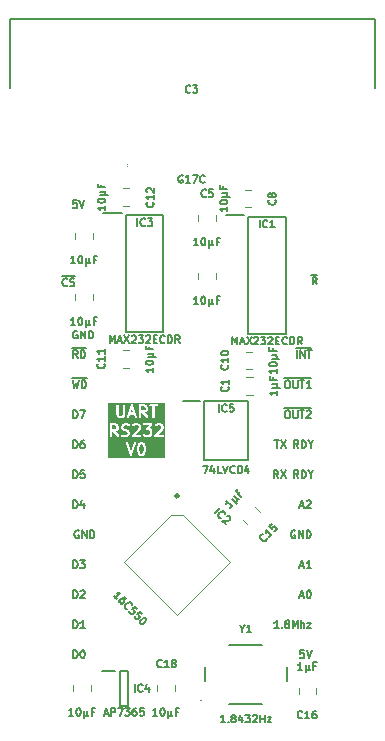
<source format=gto>
%TF.GenerationSoftware,KiCad,Pcbnew,8.0.7*%
%TF.CreationDate,2025-02-05T16:57:32+02:00*%
%TF.ProjectId,RS232,52533233-322e-46b6-9963-61645f706362,V0*%
%TF.SameCoordinates,Original*%
%TF.FileFunction,Legend,Top*%
%TF.FilePolarity,Positive*%
%FSLAX46Y46*%
G04 Gerber Fmt 4.6, Leading zero omitted, Abs format (unit mm)*
G04 Created by KiCad (PCBNEW 8.0.7) date 2025-02-05 16:57:32*
%MOMM*%
%LPD*%
G01*
G04 APERTURE LIST*
%ADD10C,0.150000*%
%ADD11C,0.200000*%
%ADD12C,0.100000*%
%ADD13C,0.120000*%
%ADD14C,0.260000*%
G04 APERTURE END LIST*
D10*
X20318077Y-12985963D02*
X20318077Y-12350963D01*
X20620458Y-12985963D02*
X20620458Y-12350963D01*
X20620458Y-12350963D02*
X20983315Y-12985963D01*
X20983315Y-12985963D02*
X20983315Y-12350963D01*
X21194982Y-12350963D02*
X21557839Y-12350963D01*
X21376410Y-12985963D02*
X21376410Y-12350963D01*
X20230387Y-12174675D02*
X21554816Y-12174675D01*
X1725493Y-10730201D02*
X1665017Y-10699963D01*
X1665017Y-10699963D02*
X1574303Y-10699963D01*
X1574303Y-10699963D02*
X1483588Y-10730201D01*
X1483588Y-10730201D02*
X1423112Y-10790677D01*
X1423112Y-10790677D02*
X1392874Y-10851153D01*
X1392874Y-10851153D02*
X1362636Y-10972105D01*
X1362636Y-10972105D02*
X1362636Y-11062820D01*
X1362636Y-11062820D02*
X1392874Y-11183772D01*
X1392874Y-11183772D02*
X1423112Y-11244248D01*
X1423112Y-11244248D02*
X1483588Y-11304725D01*
X1483588Y-11304725D02*
X1574303Y-11334963D01*
X1574303Y-11334963D02*
X1634779Y-11334963D01*
X1634779Y-11334963D02*
X1725493Y-11304725D01*
X1725493Y-11304725D02*
X1755731Y-11274486D01*
X1755731Y-11274486D02*
X1755731Y-11062820D01*
X1755731Y-11062820D02*
X1634779Y-11062820D01*
X2027874Y-11334963D02*
X2027874Y-10699963D01*
X2027874Y-10699963D02*
X2390731Y-11334963D01*
X2390731Y-11334963D02*
X2390731Y-10699963D01*
X2693112Y-11334963D02*
X2693112Y-10699963D01*
X2693112Y-10699963D02*
X2844302Y-10699963D01*
X2844302Y-10699963D02*
X2935017Y-10730201D01*
X2935017Y-10730201D02*
X2995493Y-10790677D01*
X2995493Y-10790677D02*
X3025731Y-10851153D01*
X3025731Y-10851153D02*
X3055969Y-10972105D01*
X3055969Y-10972105D02*
X3055969Y-11062820D01*
X3055969Y-11062820D02*
X3025731Y-11183772D01*
X3025731Y-11183772D02*
X2995493Y-11244248D01*
X2995493Y-11244248D02*
X2935017Y-11304725D01*
X2935017Y-11304725D02*
X2844302Y-11334963D01*
X2844302Y-11334963D02*
X2693112Y-11334963D01*
X20590220Y-25504534D02*
X20892601Y-25504534D01*
X20529744Y-25685963D02*
X20741410Y-25050963D01*
X20741410Y-25050963D02*
X20953077Y-25685963D01*
X21134506Y-25111439D02*
X21164744Y-25081201D01*
X21164744Y-25081201D02*
X21225220Y-25050963D01*
X21225220Y-25050963D02*
X21376411Y-25050963D01*
X21376411Y-25050963D02*
X21436887Y-25081201D01*
X21436887Y-25081201D02*
X21467125Y-25111439D01*
X21467125Y-25111439D02*
X21497363Y-25171915D01*
X21497363Y-25171915D02*
X21497363Y-25232391D01*
X21497363Y-25232391D02*
X21467125Y-25323105D01*
X21467125Y-25323105D02*
X21104268Y-25685963D01*
X21104268Y-25685963D02*
X21497363Y-25685963D01*
X18419124Y-19970963D02*
X18781981Y-19970963D01*
X18600552Y-20605963D02*
X18600552Y-19970963D01*
X18933172Y-19970963D02*
X19356505Y-20605963D01*
X19356505Y-19970963D02*
X18933172Y-20605963D01*
X20445077Y-20605963D02*
X20233410Y-20303582D01*
X20082220Y-20605963D02*
X20082220Y-19970963D01*
X20082220Y-19970963D02*
X20324125Y-19970963D01*
X20324125Y-19970963D02*
X20384601Y-20001201D01*
X20384601Y-20001201D02*
X20414839Y-20031439D01*
X20414839Y-20031439D02*
X20445077Y-20091915D01*
X20445077Y-20091915D02*
X20445077Y-20182629D01*
X20445077Y-20182629D02*
X20414839Y-20243105D01*
X20414839Y-20243105D02*
X20384601Y-20273344D01*
X20384601Y-20273344D02*
X20324125Y-20303582D01*
X20324125Y-20303582D02*
X20082220Y-20303582D01*
X20717220Y-20605963D02*
X20717220Y-19970963D01*
X20717220Y-19970963D02*
X20868410Y-19970963D01*
X20868410Y-19970963D02*
X20959125Y-20001201D01*
X20959125Y-20001201D02*
X21019601Y-20061677D01*
X21019601Y-20061677D02*
X21049839Y-20122153D01*
X21049839Y-20122153D02*
X21080077Y-20243105D01*
X21080077Y-20243105D02*
X21080077Y-20333820D01*
X21080077Y-20333820D02*
X21049839Y-20454772D01*
X21049839Y-20454772D02*
X21019601Y-20515248D01*
X21019601Y-20515248D02*
X20959125Y-20575725D01*
X20959125Y-20575725D02*
X20868410Y-20605963D01*
X20868410Y-20605963D02*
X20717220Y-20605963D01*
X21473172Y-20303582D02*
X21473172Y-20605963D01*
X21261506Y-19970963D02*
X21473172Y-20303582D01*
X21473172Y-20303582D02*
X21684839Y-19970963D01*
X1392874Y-18065963D02*
X1392874Y-17430963D01*
X1392874Y-17430963D02*
X1544064Y-17430963D01*
X1544064Y-17430963D02*
X1634779Y-17461201D01*
X1634779Y-17461201D02*
X1695255Y-17521677D01*
X1695255Y-17521677D02*
X1725493Y-17582153D01*
X1725493Y-17582153D02*
X1755731Y-17703105D01*
X1755731Y-17703105D02*
X1755731Y-17793820D01*
X1755731Y-17793820D02*
X1725493Y-17914772D01*
X1725493Y-17914772D02*
X1695255Y-17975248D01*
X1695255Y-17975248D02*
X1634779Y-18035725D01*
X1634779Y-18035725D02*
X1544064Y-18065963D01*
X1544064Y-18065963D02*
X1392874Y-18065963D01*
X1967398Y-17430963D02*
X2390731Y-17430963D01*
X2390731Y-17430963D02*
X2118588Y-18065963D01*
X1392874Y-23145963D02*
X1392874Y-22510963D01*
X1392874Y-22510963D02*
X1544064Y-22510963D01*
X1544064Y-22510963D02*
X1634779Y-22541201D01*
X1634779Y-22541201D02*
X1695255Y-22601677D01*
X1695255Y-22601677D02*
X1725493Y-22662153D01*
X1725493Y-22662153D02*
X1755731Y-22783105D01*
X1755731Y-22783105D02*
X1755731Y-22873820D01*
X1755731Y-22873820D02*
X1725493Y-22994772D01*
X1725493Y-22994772D02*
X1695255Y-23055248D01*
X1695255Y-23055248D02*
X1634779Y-23115725D01*
X1634779Y-23115725D02*
X1544064Y-23145963D01*
X1544064Y-23145963D02*
X1392874Y-23145963D01*
X2330255Y-22510963D02*
X2027874Y-22510963D01*
X2027874Y-22510963D02*
X1997636Y-22813344D01*
X1997636Y-22813344D02*
X2027874Y-22783105D01*
X2027874Y-22783105D02*
X2088350Y-22752867D01*
X2088350Y-22752867D02*
X2239541Y-22752867D01*
X2239541Y-22752867D02*
X2300017Y-22783105D01*
X2300017Y-22783105D02*
X2330255Y-22813344D01*
X2330255Y-22813344D02*
X2360493Y-22873820D01*
X2360493Y-22873820D02*
X2360493Y-23025010D01*
X2360493Y-23025010D02*
X2330255Y-23085486D01*
X2330255Y-23085486D02*
X2300017Y-23115725D01*
X2300017Y-23115725D02*
X2239541Y-23145963D01*
X2239541Y-23145963D02*
X2088350Y-23145963D01*
X2088350Y-23145963D02*
X2027874Y-23115725D01*
X2027874Y-23115725D02*
X1997636Y-23085486D01*
X19471410Y-14890963D02*
X19592363Y-14890963D01*
X19592363Y-14890963D02*
X19652839Y-14921201D01*
X19652839Y-14921201D02*
X19713315Y-14981677D01*
X19713315Y-14981677D02*
X19743553Y-15102629D01*
X19743553Y-15102629D02*
X19743553Y-15314296D01*
X19743553Y-15314296D02*
X19713315Y-15435248D01*
X19713315Y-15435248D02*
X19652839Y-15495725D01*
X19652839Y-15495725D02*
X19592363Y-15525963D01*
X19592363Y-15525963D02*
X19471410Y-15525963D01*
X19471410Y-15525963D02*
X19410934Y-15495725D01*
X19410934Y-15495725D02*
X19350458Y-15435248D01*
X19350458Y-15435248D02*
X19320220Y-15314296D01*
X19320220Y-15314296D02*
X19320220Y-15102629D01*
X19320220Y-15102629D02*
X19350458Y-14981677D01*
X19350458Y-14981677D02*
X19410934Y-14921201D01*
X19410934Y-14921201D02*
X19471410Y-14890963D01*
X20015696Y-14890963D02*
X20015696Y-15405010D01*
X20015696Y-15405010D02*
X20045934Y-15465486D01*
X20045934Y-15465486D02*
X20076172Y-15495725D01*
X20076172Y-15495725D02*
X20136648Y-15525963D01*
X20136648Y-15525963D02*
X20257601Y-15525963D01*
X20257601Y-15525963D02*
X20318077Y-15495725D01*
X20318077Y-15495725D02*
X20348315Y-15465486D01*
X20348315Y-15465486D02*
X20378553Y-15405010D01*
X20378553Y-15405010D02*
X20378553Y-14890963D01*
X20590220Y-14890963D02*
X20953077Y-14890963D01*
X20771648Y-15525963D02*
X20771648Y-14890963D01*
X21497363Y-15525963D02*
X21134506Y-15525963D01*
X21315934Y-15525963D02*
X21315934Y-14890963D01*
X21315934Y-14890963D02*
X21255458Y-14981677D01*
X21255458Y-14981677D02*
X21194982Y-15042153D01*
X21194982Y-15042153D02*
X21134506Y-15072391D01*
X19262768Y-14714675D02*
X21554816Y-14714675D01*
X18775934Y-35845963D02*
X18413077Y-35845963D01*
X18594505Y-35845963D02*
X18594505Y-35210963D01*
X18594505Y-35210963D02*
X18534029Y-35301677D01*
X18534029Y-35301677D02*
X18473553Y-35362153D01*
X18473553Y-35362153D02*
X18413077Y-35392391D01*
X19048077Y-35785486D02*
X19078315Y-35815725D01*
X19078315Y-35815725D02*
X19048077Y-35845963D01*
X19048077Y-35845963D02*
X19017839Y-35815725D01*
X19017839Y-35815725D02*
X19048077Y-35785486D01*
X19048077Y-35785486D02*
X19048077Y-35845963D01*
X19441172Y-35483105D02*
X19380696Y-35452867D01*
X19380696Y-35452867D02*
X19350458Y-35422629D01*
X19350458Y-35422629D02*
X19320220Y-35362153D01*
X19320220Y-35362153D02*
X19320220Y-35331915D01*
X19320220Y-35331915D02*
X19350458Y-35271439D01*
X19350458Y-35271439D02*
X19380696Y-35241201D01*
X19380696Y-35241201D02*
X19441172Y-35210963D01*
X19441172Y-35210963D02*
X19562125Y-35210963D01*
X19562125Y-35210963D02*
X19622601Y-35241201D01*
X19622601Y-35241201D02*
X19652839Y-35271439D01*
X19652839Y-35271439D02*
X19683077Y-35331915D01*
X19683077Y-35331915D02*
X19683077Y-35362153D01*
X19683077Y-35362153D02*
X19652839Y-35422629D01*
X19652839Y-35422629D02*
X19622601Y-35452867D01*
X19622601Y-35452867D02*
X19562125Y-35483105D01*
X19562125Y-35483105D02*
X19441172Y-35483105D01*
X19441172Y-35483105D02*
X19380696Y-35513344D01*
X19380696Y-35513344D02*
X19350458Y-35543582D01*
X19350458Y-35543582D02*
X19320220Y-35604058D01*
X19320220Y-35604058D02*
X19320220Y-35725010D01*
X19320220Y-35725010D02*
X19350458Y-35785486D01*
X19350458Y-35785486D02*
X19380696Y-35815725D01*
X19380696Y-35815725D02*
X19441172Y-35845963D01*
X19441172Y-35845963D02*
X19562125Y-35845963D01*
X19562125Y-35845963D02*
X19622601Y-35815725D01*
X19622601Y-35815725D02*
X19652839Y-35785486D01*
X19652839Y-35785486D02*
X19683077Y-35725010D01*
X19683077Y-35725010D02*
X19683077Y-35604058D01*
X19683077Y-35604058D02*
X19652839Y-35543582D01*
X19652839Y-35543582D02*
X19622601Y-35513344D01*
X19622601Y-35513344D02*
X19562125Y-35483105D01*
X19955220Y-35845963D02*
X19955220Y-35210963D01*
X19955220Y-35210963D02*
X20166887Y-35664534D01*
X20166887Y-35664534D02*
X20378553Y-35210963D01*
X20378553Y-35210963D02*
X20378553Y-35845963D01*
X20680934Y-35845963D02*
X20680934Y-35210963D01*
X20953077Y-35845963D02*
X20953077Y-35513344D01*
X20953077Y-35513344D02*
X20922839Y-35452867D01*
X20922839Y-35452867D02*
X20862363Y-35422629D01*
X20862363Y-35422629D02*
X20771648Y-35422629D01*
X20771648Y-35422629D02*
X20711172Y-35452867D01*
X20711172Y-35452867D02*
X20680934Y-35483105D01*
X21194982Y-35422629D02*
X21527601Y-35422629D01*
X21527601Y-35422629D02*
X21194982Y-35845963D01*
X21194982Y-35845963D02*
X21527601Y-35845963D01*
X1392874Y-33305963D02*
X1392874Y-32670963D01*
X1392874Y-32670963D02*
X1544064Y-32670963D01*
X1544064Y-32670963D02*
X1634779Y-32701201D01*
X1634779Y-32701201D02*
X1695255Y-32761677D01*
X1695255Y-32761677D02*
X1725493Y-32822153D01*
X1725493Y-32822153D02*
X1755731Y-32943105D01*
X1755731Y-32943105D02*
X1755731Y-33033820D01*
X1755731Y-33033820D02*
X1725493Y-33154772D01*
X1725493Y-33154772D02*
X1695255Y-33215248D01*
X1695255Y-33215248D02*
X1634779Y-33275725D01*
X1634779Y-33275725D02*
X1544064Y-33305963D01*
X1544064Y-33305963D02*
X1392874Y-33305963D01*
X1997636Y-32731439D02*
X2027874Y-32701201D01*
X2027874Y-32701201D02*
X2088350Y-32670963D01*
X2088350Y-32670963D02*
X2239541Y-32670963D01*
X2239541Y-32670963D02*
X2300017Y-32701201D01*
X2300017Y-32701201D02*
X2330255Y-32731439D01*
X2330255Y-32731439D02*
X2360493Y-32791915D01*
X2360493Y-32791915D02*
X2360493Y-32852391D01*
X2360493Y-32852391D02*
X2330255Y-32943105D01*
X2330255Y-32943105D02*
X1967398Y-33305963D01*
X1967398Y-33305963D02*
X2360493Y-33305963D01*
X1392874Y-38385963D02*
X1392874Y-37750963D01*
X1392874Y-37750963D02*
X1544064Y-37750963D01*
X1544064Y-37750963D02*
X1634779Y-37781201D01*
X1634779Y-37781201D02*
X1695255Y-37841677D01*
X1695255Y-37841677D02*
X1725493Y-37902153D01*
X1725493Y-37902153D02*
X1755731Y-38023105D01*
X1755731Y-38023105D02*
X1755731Y-38113820D01*
X1755731Y-38113820D02*
X1725493Y-38234772D01*
X1725493Y-38234772D02*
X1695255Y-38295248D01*
X1695255Y-38295248D02*
X1634779Y-38355725D01*
X1634779Y-38355725D02*
X1544064Y-38385963D01*
X1544064Y-38385963D02*
X1392874Y-38385963D01*
X2148826Y-37750963D02*
X2209303Y-37750963D01*
X2209303Y-37750963D02*
X2269779Y-37781201D01*
X2269779Y-37781201D02*
X2300017Y-37811439D01*
X2300017Y-37811439D02*
X2330255Y-37871915D01*
X2330255Y-37871915D02*
X2360493Y-37992867D01*
X2360493Y-37992867D02*
X2360493Y-38144058D01*
X2360493Y-38144058D02*
X2330255Y-38265010D01*
X2330255Y-38265010D02*
X2300017Y-38325486D01*
X2300017Y-38325486D02*
X2269779Y-38355725D01*
X2269779Y-38355725D02*
X2209303Y-38385963D01*
X2209303Y-38385963D02*
X2148826Y-38385963D01*
X2148826Y-38385963D02*
X2088350Y-38355725D01*
X2088350Y-38355725D02*
X2058112Y-38325486D01*
X2058112Y-38325486D02*
X2027874Y-38265010D01*
X2027874Y-38265010D02*
X1997636Y-38144058D01*
X1997636Y-38144058D02*
X1997636Y-37992867D01*
X1997636Y-37992867D02*
X2027874Y-37871915D01*
X2027874Y-37871915D02*
X2058112Y-37811439D01*
X2058112Y-37811439D02*
X2088350Y-37781201D01*
X2088350Y-37781201D02*
X2148826Y-37750963D01*
X22005363Y-6762963D02*
X21793696Y-6460582D01*
X21642506Y-6762963D02*
X21642506Y-6127963D01*
X21642506Y-6127963D02*
X21884411Y-6127963D01*
X21884411Y-6127963D02*
X21944887Y-6158201D01*
X21944887Y-6158201D02*
X21975125Y-6188439D01*
X21975125Y-6188439D02*
X22005363Y-6248915D01*
X22005363Y-6248915D02*
X22005363Y-6339629D01*
X22005363Y-6339629D02*
X21975125Y-6400105D01*
X21975125Y-6400105D02*
X21944887Y-6430344D01*
X21944887Y-6430344D02*
X21884411Y-6460582D01*
X21884411Y-6460582D02*
X21642506Y-6460582D01*
X21554816Y-5951675D02*
X22062816Y-5951675D01*
X19471410Y-17430963D02*
X19592363Y-17430963D01*
X19592363Y-17430963D02*
X19652839Y-17461201D01*
X19652839Y-17461201D02*
X19713315Y-17521677D01*
X19713315Y-17521677D02*
X19743553Y-17642629D01*
X19743553Y-17642629D02*
X19743553Y-17854296D01*
X19743553Y-17854296D02*
X19713315Y-17975248D01*
X19713315Y-17975248D02*
X19652839Y-18035725D01*
X19652839Y-18035725D02*
X19592363Y-18065963D01*
X19592363Y-18065963D02*
X19471410Y-18065963D01*
X19471410Y-18065963D02*
X19410934Y-18035725D01*
X19410934Y-18035725D02*
X19350458Y-17975248D01*
X19350458Y-17975248D02*
X19320220Y-17854296D01*
X19320220Y-17854296D02*
X19320220Y-17642629D01*
X19320220Y-17642629D02*
X19350458Y-17521677D01*
X19350458Y-17521677D02*
X19410934Y-17461201D01*
X19410934Y-17461201D02*
X19471410Y-17430963D01*
X20015696Y-17430963D02*
X20015696Y-17945010D01*
X20015696Y-17945010D02*
X20045934Y-18005486D01*
X20045934Y-18005486D02*
X20076172Y-18035725D01*
X20076172Y-18035725D02*
X20136648Y-18065963D01*
X20136648Y-18065963D02*
X20257601Y-18065963D01*
X20257601Y-18065963D02*
X20318077Y-18035725D01*
X20318077Y-18035725D02*
X20348315Y-18005486D01*
X20348315Y-18005486D02*
X20378553Y-17945010D01*
X20378553Y-17945010D02*
X20378553Y-17430963D01*
X20590220Y-17430963D02*
X20953077Y-17430963D01*
X20771648Y-18065963D02*
X20771648Y-17430963D01*
X21134506Y-17491439D02*
X21164744Y-17461201D01*
X21164744Y-17461201D02*
X21225220Y-17430963D01*
X21225220Y-17430963D02*
X21376411Y-17430963D01*
X21376411Y-17430963D02*
X21436887Y-17461201D01*
X21436887Y-17461201D02*
X21467125Y-17491439D01*
X21467125Y-17491439D02*
X21497363Y-17551915D01*
X21497363Y-17551915D02*
X21497363Y-17612391D01*
X21497363Y-17612391D02*
X21467125Y-17703105D01*
X21467125Y-17703105D02*
X21104268Y-18065963D01*
X21104268Y-18065963D02*
X21497363Y-18065963D01*
X19262768Y-17254675D02*
X21554816Y-17254675D01*
D11*
G36*
X7243192Y-20333024D02*
G01*
X7267861Y-20357692D01*
X7303314Y-20428599D01*
X7345285Y-20596480D01*
X7345285Y-20809956D01*
X7303314Y-20977837D01*
X7267861Y-21048743D01*
X7243192Y-21073413D01*
X7183583Y-21103219D01*
X7135559Y-21103219D01*
X7075949Y-21073414D01*
X7051282Y-21048746D01*
X7015827Y-20977837D01*
X6973857Y-20809956D01*
X6973857Y-20596481D01*
X7015827Y-20428599D01*
X7051281Y-20357692D01*
X7075949Y-20333023D01*
X7135559Y-20303219D01*
X7183583Y-20303219D01*
X7243192Y-20333024D01*
G37*
G36*
X4981287Y-18723080D02*
G01*
X5005956Y-18747748D01*
X5035761Y-18807358D01*
X5035761Y-18903001D01*
X5005956Y-18962610D01*
X4981287Y-18987278D01*
X4921678Y-19017084D01*
X4664333Y-19017084D01*
X4664333Y-18693275D01*
X4921678Y-18693275D01*
X4981287Y-18723080D01*
G37*
G36*
X7457478Y-17113136D02*
G01*
X7482147Y-17137804D01*
X7511952Y-17197414D01*
X7511952Y-17293057D01*
X7482147Y-17352666D01*
X7457478Y-17377334D01*
X7397869Y-17407140D01*
X7140524Y-17407140D01*
X7140524Y-17083331D01*
X7397869Y-17083331D01*
X7457478Y-17113136D01*
G37*
G36*
X6473210Y-17597616D02*
G01*
X6274505Y-17597616D01*
X6373857Y-17299558D01*
X6473210Y-17597616D01*
G37*
G36*
X9156396Y-21414330D02*
G01*
X4353222Y-21414330D01*
X4353222Y-20215726D01*
X5822261Y-20215726D01*
X5826608Y-20234842D01*
X6159941Y-21234841D01*
X6167932Y-21252742D01*
X6172615Y-21258141D01*
X6175810Y-21264531D01*
X6185281Y-21272746D01*
X6193497Y-21282218D01*
X6199885Y-21285412D01*
X6205286Y-21290096D01*
X6217187Y-21294063D01*
X6228396Y-21299667D01*
X6235520Y-21300173D01*
X6242302Y-21302434D01*
X6254811Y-21301544D01*
X6267316Y-21302434D01*
X6274094Y-21300174D01*
X6281222Y-21299668D01*
X6292438Y-21294059D01*
X6304332Y-21290095D01*
X6309729Y-21285414D01*
X6316121Y-21282218D01*
X6324339Y-21272742D01*
X6333808Y-21264530D01*
X6337001Y-21258143D01*
X6341686Y-21252742D01*
X6349677Y-21234842D01*
X6566567Y-20584171D01*
X6773857Y-20584171D01*
X6773857Y-20822266D01*
X6774192Y-20825668D01*
X6773975Y-20827127D01*
X6775054Y-20834424D01*
X6775778Y-20841775D01*
X6776342Y-20843138D01*
X6776843Y-20846520D01*
X6824462Y-21036995D01*
X6824975Y-21038432D01*
X6825027Y-21039155D01*
X6828135Y-21047279D01*
X6831057Y-21055456D01*
X6831487Y-21056036D01*
X6832033Y-21057463D01*
X6879652Y-21152701D01*
X6884935Y-21161093D01*
X6885947Y-21163537D01*
X6888203Y-21166286D01*
X6890095Y-21169291D01*
X6892089Y-21171020D01*
X6898384Y-21178690D01*
X6946002Y-21226310D01*
X6953670Y-21232603D01*
X6955402Y-21234600D01*
X6958410Y-21236493D01*
X6961156Y-21238747D01*
X6963596Y-21239757D01*
X6971993Y-21245043D01*
X7067230Y-21292662D01*
X7085539Y-21299668D01*
X7089122Y-21299922D01*
X7092443Y-21301298D01*
X7111952Y-21303219D01*
X7207190Y-21303219D01*
X7226699Y-21301298D01*
X7230019Y-21299922D01*
X7233603Y-21299668D01*
X7251911Y-21292662D01*
X7347149Y-21245043D01*
X7355544Y-21239758D01*
X7357986Y-21238747D01*
X7360733Y-21236491D01*
X7363739Y-21234600D01*
X7365469Y-21232605D01*
X7373139Y-21226310D01*
X7420758Y-21178690D01*
X7427050Y-21171023D01*
X7429047Y-21169292D01*
X7430940Y-21166284D01*
X7433195Y-21163537D01*
X7434206Y-21161095D01*
X7439490Y-21152701D01*
X7487109Y-21057464D01*
X7487655Y-21056035D01*
X7488085Y-21055456D01*
X7491006Y-21047279D01*
X7494115Y-21039155D01*
X7494166Y-21038434D01*
X7494680Y-21036996D01*
X7542299Y-20846520D01*
X7542799Y-20843138D01*
X7543364Y-20841775D01*
X7544087Y-20834424D01*
X7545167Y-20827127D01*
X7544949Y-20825668D01*
X7545285Y-20822266D01*
X7545285Y-20584171D01*
X7544949Y-20580768D01*
X7545167Y-20579310D01*
X7544087Y-20572012D01*
X7543364Y-20564662D01*
X7542799Y-20563298D01*
X7542299Y-20559917D01*
X7494680Y-20369441D01*
X7494166Y-20368002D01*
X7494115Y-20367282D01*
X7491006Y-20359157D01*
X7488085Y-20350981D01*
X7487655Y-20350401D01*
X7487109Y-20348973D01*
X7439490Y-20253736D01*
X7434204Y-20245339D01*
X7433194Y-20242899D01*
X7430940Y-20240153D01*
X7429047Y-20237145D01*
X7427049Y-20235412D01*
X7420757Y-20227746D01*
X7373139Y-20180127D01*
X7365468Y-20173832D01*
X7363739Y-20171838D01*
X7360731Y-20169944D01*
X7357985Y-20167691D01*
X7355545Y-20166680D01*
X7347149Y-20161395D01*
X7251911Y-20113776D01*
X7233603Y-20106770D01*
X7230019Y-20106515D01*
X7226699Y-20105140D01*
X7207190Y-20103219D01*
X7111952Y-20103219D01*
X7092443Y-20105140D01*
X7089122Y-20106515D01*
X7085539Y-20106770D01*
X7067230Y-20113776D01*
X6971993Y-20161395D01*
X6963596Y-20166680D01*
X6961156Y-20167691D01*
X6958410Y-20169944D01*
X6955402Y-20171838D01*
X6953669Y-20173835D01*
X6946003Y-20180128D01*
X6898384Y-20227746D01*
X6892089Y-20235416D01*
X6890095Y-20237146D01*
X6888201Y-20240153D01*
X6885948Y-20242900D01*
X6884937Y-20245339D01*
X6879652Y-20253736D01*
X6832033Y-20348974D01*
X6831487Y-20350400D01*
X6831057Y-20350981D01*
X6828135Y-20359157D01*
X6825027Y-20367282D01*
X6824975Y-20368004D01*
X6824462Y-20369442D01*
X6776843Y-20559917D01*
X6776342Y-20563298D01*
X6775778Y-20564662D01*
X6775054Y-20572012D01*
X6773975Y-20579310D01*
X6774192Y-20580768D01*
X6773857Y-20584171D01*
X6566567Y-20584171D01*
X6683010Y-20234842D01*
X6687357Y-20215727D01*
X6684591Y-20176807D01*
X6667141Y-20141908D01*
X6637665Y-20116343D01*
X6600649Y-20104004D01*
X6561729Y-20106771D01*
X6526830Y-20124220D01*
X6501265Y-20153696D01*
X6493274Y-20171597D01*
X6254809Y-20886991D01*
X6016344Y-20171596D01*
X6008353Y-20153696D01*
X5982788Y-20124220D01*
X5947889Y-20106770D01*
X5908969Y-20104004D01*
X5871953Y-20116342D01*
X5842477Y-20141907D01*
X5825027Y-20176806D01*
X5822261Y-20215726D01*
X4353222Y-20215726D01*
X4353222Y-18593275D01*
X4464333Y-18593275D01*
X4464333Y-19593275D01*
X4466254Y-19612784D01*
X4481186Y-19648832D01*
X4508776Y-19676422D01*
X4544824Y-19691354D01*
X4583842Y-19691354D01*
X4619890Y-19676422D01*
X4647480Y-19648832D01*
X4662412Y-19612784D01*
X4664333Y-19593275D01*
X4664333Y-19217084D01*
X4750363Y-19217084D01*
X5053838Y-19650621D01*
X5066599Y-19665502D01*
X5099504Y-19686471D01*
X5137929Y-19693252D01*
X5176023Y-19684812D01*
X5207988Y-19662437D01*
X5228957Y-19629532D01*
X5235738Y-19591108D01*
X5227298Y-19553013D01*
X5217684Y-19535929D01*
X4987716Y-19207403D01*
X4990006Y-19206527D01*
X5085244Y-19158908D01*
X5093640Y-19153622D01*
X5096080Y-19152612D01*
X5098826Y-19150358D01*
X5101834Y-19148465D01*
X5103563Y-19146470D01*
X5111234Y-19140176D01*
X5158852Y-19092557D01*
X5165144Y-19084890D01*
X5167142Y-19083158D01*
X5169035Y-19080149D01*
X5171289Y-19077404D01*
X5172299Y-19074963D01*
X5177585Y-19066567D01*
X5225204Y-18971330D01*
X5232210Y-18953021D01*
X5232464Y-18949437D01*
X5233840Y-18946117D01*
X5235761Y-18926608D01*
X5235761Y-18783751D01*
X5416714Y-18783751D01*
X5416714Y-18878989D01*
X5418635Y-18898498D01*
X5420010Y-18901818D01*
X5420265Y-18905402D01*
X5427271Y-18923710D01*
X5474890Y-19018948D01*
X5480175Y-19027344D01*
X5481186Y-19029784D01*
X5483439Y-19032530D01*
X5485333Y-19035538D01*
X5487327Y-19037267D01*
X5493622Y-19044938D01*
X5541241Y-19092556D01*
X5548907Y-19098848D01*
X5550640Y-19100846D01*
X5553648Y-19102739D01*
X5556394Y-19104993D01*
X5558834Y-19106003D01*
X5567231Y-19111289D01*
X5662468Y-19158908D01*
X5663896Y-19159454D01*
X5664476Y-19159884D01*
X5672652Y-19162805D01*
X5680777Y-19165914D01*
X5681497Y-19165965D01*
X5682936Y-19166479D01*
X5862761Y-19211435D01*
X5933668Y-19246889D01*
X5958337Y-19271557D01*
X5988142Y-19331167D01*
X5988142Y-19379191D01*
X5958337Y-19438799D01*
X5933668Y-19463469D01*
X5874059Y-19493275D01*
X5675797Y-19493275D01*
X5548337Y-19450788D01*
X5529221Y-19446441D01*
X5490301Y-19449207D01*
X5455402Y-19466657D01*
X5429837Y-19496133D01*
X5417499Y-19533149D01*
X5420265Y-19572069D01*
X5437715Y-19606968D01*
X5467191Y-19632533D01*
X5485091Y-19640524D01*
X5627948Y-19688143D01*
X5637620Y-19690342D01*
X5640062Y-19691354D01*
X5643599Y-19691702D01*
X5647063Y-19692490D01*
X5649697Y-19692302D01*
X5659571Y-19693275D01*
X5897666Y-19693275D01*
X5917175Y-19691354D01*
X5920495Y-19689978D01*
X5924079Y-19689724D01*
X5942387Y-19682718D01*
X6037625Y-19635099D01*
X6046020Y-19629814D01*
X6048462Y-19628803D01*
X6051209Y-19626547D01*
X6054215Y-19624656D01*
X6055945Y-19622661D01*
X6063615Y-19616366D01*
X6106214Y-19573766D01*
X6323397Y-19573766D01*
X6323397Y-19612784D01*
X6338329Y-19648832D01*
X6365919Y-19676422D01*
X6401967Y-19691354D01*
X6421476Y-19693275D01*
X7040523Y-19693275D01*
X7060032Y-19691354D01*
X7096080Y-19676422D01*
X7123670Y-19648832D01*
X7138602Y-19612784D01*
X7138602Y-19573766D01*
X7123670Y-19537718D01*
X7096080Y-19510128D01*
X7060032Y-19495196D01*
X7040523Y-19493275D01*
X6662898Y-19493275D01*
X7063615Y-19092557D01*
X7076051Y-19077403D01*
X7077425Y-19074084D01*
X7079781Y-19071369D01*
X7087772Y-19053469D01*
X7135391Y-18910612D01*
X7137590Y-18900939D01*
X7138602Y-18898498D01*
X7138950Y-18894960D01*
X7139738Y-18891497D01*
X7139550Y-18888862D01*
X7140523Y-18878989D01*
X7140523Y-18783751D01*
X7138602Y-18764242D01*
X7137226Y-18760921D01*
X7136972Y-18757338D01*
X7129966Y-18739029D01*
X7082347Y-18643792D01*
X7077061Y-18635395D01*
X7076051Y-18632955D01*
X7073797Y-18630209D01*
X7071904Y-18627201D01*
X7069906Y-18625468D01*
X7063614Y-18617802D01*
X7019579Y-18573766D01*
X7275778Y-18573766D01*
X7275778Y-18612784D01*
X7290710Y-18648832D01*
X7318300Y-18676422D01*
X7354348Y-18691354D01*
X7373857Y-18693275D01*
X7772527Y-18693275D01*
X7584313Y-18908377D01*
X7578283Y-18916810D01*
X7576424Y-18918670D01*
X7575693Y-18920433D01*
X7572912Y-18924324D01*
X7567707Y-18939712D01*
X7561492Y-18954718D01*
X7561492Y-18958091D01*
X7560412Y-18961285D01*
X7561492Y-18977487D01*
X7561492Y-18993736D01*
X7562782Y-18996851D01*
X7563007Y-19000217D01*
X7570207Y-19014777D01*
X7576424Y-19029784D01*
X7578808Y-19032168D01*
X7580304Y-19035192D01*
X7592529Y-19045889D01*
X7604014Y-19057374D01*
X7607128Y-19058664D01*
X7609668Y-19060886D01*
X7625056Y-19066090D01*
X7640062Y-19072306D01*
X7644821Y-19072774D01*
X7646629Y-19073386D01*
X7649253Y-19073211D01*
X7659571Y-19074227D01*
X7778821Y-19074227D01*
X7838430Y-19104032D01*
X7863099Y-19128700D01*
X7892904Y-19188310D01*
X7892904Y-19379191D01*
X7863099Y-19438799D01*
X7838430Y-19463469D01*
X7778821Y-19493275D01*
X7540321Y-19493275D01*
X7480711Y-19463470D01*
X7444568Y-19427326D01*
X7429415Y-19414889D01*
X7393367Y-19399958D01*
X7354349Y-19399957D01*
X7318300Y-19414888D01*
X7290710Y-19442478D01*
X7275779Y-19478526D01*
X7275778Y-19517544D01*
X7290709Y-19553593D01*
X7303146Y-19568746D01*
X7350764Y-19616366D01*
X7358432Y-19622659D01*
X7360164Y-19624656D01*
X7363172Y-19626549D01*
X7365918Y-19628803D01*
X7368358Y-19629813D01*
X7376755Y-19635099D01*
X7471992Y-19682718D01*
X7490301Y-19689724D01*
X7493884Y-19689978D01*
X7497205Y-19691354D01*
X7516714Y-19693275D01*
X7802428Y-19693275D01*
X7821937Y-19691354D01*
X7825257Y-19689978D01*
X7828841Y-19689724D01*
X7847149Y-19682718D01*
X7942387Y-19635099D01*
X7950782Y-19629814D01*
X7953224Y-19628803D01*
X7955971Y-19626547D01*
X7958977Y-19624656D01*
X7960707Y-19622661D01*
X7968377Y-19616366D01*
X8010976Y-19573766D01*
X8228159Y-19573766D01*
X8228159Y-19612784D01*
X8243091Y-19648832D01*
X8270681Y-19676422D01*
X8306729Y-19691354D01*
X8326238Y-19693275D01*
X8945285Y-19693275D01*
X8964794Y-19691354D01*
X9000842Y-19676422D01*
X9028432Y-19648832D01*
X9043364Y-19612784D01*
X9043364Y-19573766D01*
X9028432Y-19537718D01*
X9000842Y-19510128D01*
X8964794Y-19495196D01*
X8945285Y-19493275D01*
X8567660Y-19493275D01*
X8968377Y-19092557D01*
X8980813Y-19077403D01*
X8982187Y-19074084D01*
X8984543Y-19071369D01*
X8992534Y-19053469D01*
X9040153Y-18910612D01*
X9042352Y-18900939D01*
X9043364Y-18898498D01*
X9043712Y-18894960D01*
X9044500Y-18891497D01*
X9044312Y-18888862D01*
X9045285Y-18878989D01*
X9045285Y-18783751D01*
X9043364Y-18764242D01*
X9041988Y-18760921D01*
X9041734Y-18757338D01*
X9034728Y-18739029D01*
X8987109Y-18643792D01*
X8981823Y-18635395D01*
X8980813Y-18632955D01*
X8978559Y-18630209D01*
X8976666Y-18627201D01*
X8974668Y-18625468D01*
X8968376Y-18617802D01*
X8920758Y-18570183D01*
X8913087Y-18563888D01*
X8911358Y-18561894D01*
X8908350Y-18560000D01*
X8905604Y-18557747D01*
X8903164Y-18556736D01*
X8894768Y-18551451D01*
X8799530Y-18503832D01*
X8781222Y-18496826D01*
X8777638Y-18496571D01*
X8774318Y-18495196D01*
X8754809Y-18493275D01*
X8516714Y-18493275D01*
X8497205Y-18495196D01*
X8493884Y-18496571D01*
X8490301Y-18496826D01*
X8471992Y-18503832D01*
X8376755Y-18551451D01*
X8368358Y-18556736D01*
X8365918Y-18557747D01*
X8363172Y-18560000D01*
X8360164Y-18561894D01*
X8358431Y-18563891D01*
X8350765Y-18570184D01*
X8303146Y-18617802D01*
X8290710Y-18632956D01*
X8275778Y-18669004D01*
X8275778Y-18708022D01*
X8290710Y-18744070D01*
X8318300Y-18771660D01*
X8354348Y-18786592D01*
X8393366Y-18786592D01*
X8429414Y-18771660D01*
X8444568Y-18759224D01*
X8480711Y-18723079D01*
X8540321Y-18693275D01*
X8731202Y-18693275D01*
X8790811Y-18723080D01*
X8815480Y-18747748D01*
X8845285Y-18807358D01*
X8845285Y-18862762D01*
X8810263Y-18967826D01*
X8255527Y-19522564D01*
X8243091Y-19537718D01*
X8228159Y-19573766D01*
X8010976Y-19573766D01*
X8015996Y-19568746D01*
X8022288Y-19561079D01*
X8024285Y-19559348D01*
X8026178Y-19556340D01*
X8028433Y-19553593D01*
X8029444Y-19551151D01*
X8034728Y-19542757D01*
X8082347Y-19447520D01*
X8089353Y-19429211D01*
X8089607Y-19425627D01*
X8090983Y-19422307D01*
X8092904Y-19402798D01*
X8092904Y-19164703D01*
X8090983Y-19145194D01*
X8089607Y-19141873D01*
X8089353Y-19138290D01*
X8082347Y-19119981D01*
X8034728Y-19024744D01*
X8029442Y-19016347D01*
X8028432Y-19013907D01*
X8026178Y-19011161D01*
X8024285Y-19008153D01*
X8022287Y-19006420D01*
X8015995Y-18998754D01*
X7968377Y-18951135D01*
X7960706Y-18944840D01*
X7958977Y-18942846D01*
X7955969Y-18940952D01*
X7953223Y-18938699D01*
X7950783Y-18937688D01*
X7942387Y-18932403D01*
X7863539Y-18892979D01*
X8068162Y-18659125D01*
X8074191Y-18650691D01*
X8076051Y-18648832D01*
X8076781Y-18647068D01*
X8079563Y-18643178D01*
X8084767Y-18627789D01*
X8090983Y-18612784D01*
X8090983Y-18609410D01*
X8092063Y-18606217D01*
X8090983Y-18590014D01*
X8090983Y-18573766D01*
X8089692Y-18570650D01*
X8089468Y-18567285D01*
X8082265Y-18552719D01*
X8076051Y-18537718D01*
X8073667Y-18535334D01*
X8072172Y-18532310D01*
X8059938Y-18521605D01*
X8048461Y-18510128D01*
X8045347Y-18508838D01*
X8042808Y-18506616D01*
X8027416Y-18501410D01*
X8012413Y-18495196D01*
X8007653Y-18494727D01*
X8005846Y-18494116D01*
X8003221Y-18494290D01*
X7992904Y-18493275D01*
X7373857Y-18493275D01*
X7354348Y-18495196D01*
X7318300Y-18510128D01*
X7290710Y-18537718D01*
X7275778Y-18573766D01*
X7019579Y-18573766D01*
X7015996Y-18570183D01*
X7008325Y-18563888D01*
X7006596Y-18561894D01*
X7003588Y-18560000D01*
X7000842Y-18557747D01*
X6998402Y-18556736D01*
X6990006Y-18551451D01*
X6894768Y-18503832D01*
X6876460Y-18496826D01*
X6872876Y-18496571D01*
X6869556Y-18495196D01*
X6850047Y-18493275D01*
X6611952Y-18493275D01*
X6592443Y-18495196D01*
X6589122Y-18496571D01*
X6585539Y-18496826D01*
X6567230Y-18503832D01*
X6471993Y-18551451D01*
X6463596Y-18556736D01*
X6461156Y-18557747D01*
X6458410Y-18560000D01*
X6455402Y-18561894D01*
X6453669Y-18563891D01*
X6446003Y-18570184D01*
X6398384Y-18617802D01*
X6385948Y-18632956D01*
X6371016Y-18669004D01*
X6371016Y-18708022D01*
X6385948Y-18744070D01*
X6413538Y-18771660D01*
X6449586Y-18786592D01*
X6488604Y-18786592D01*
X6524652Y-18771660D01*
X6539806Y-18759224D01*
X6575949Y-18723079D01*
X6635559Y-18693275D01*
X6826440Y-18693275D01*
X6886049Y-18723080D01*
X6910718Y-18747748D01*
X6940523Y-18807358D01*
X6940523Y-18862762D01*
X6905501Y-18967826D01*
X6350765Y-19522564D01*
X6338329Y-19537718D01*
X6323397Y-19573766D01*
X6106214Y-19573766D01*
X6111234Y-19568746D01*
X6117526Y-19561079D01*
X6119523Y-19559348D01*
X6121416Y-19556340D01*
X6123671Y-19553593D01*
X6124682Y-19551151D01*
X6129966Y-19542757D01*
X6177585Y-19447520D01*
X6184591Y-19429211D01*
X6184845Y-19425627D01*
X6186221Y-19422307D01*
X6188142Y-19402798D01*
X6188142Y-19307560D01*
X6186221Y-19288051D01*
X6184845Y-19284730D01*
X6184591Y-19281147D01*
X6177585Y-19262838D01*
X6129966Y-19167601D01*
X6124680Y-19159204D01*
X6123670Y-19156764D01*
X6121416Y-19154018D01*
X6119523Y-19151010D01*
X6117525Y-19149277D01*
X6111233Y-19141611D01*
X6063615Y-19093992D01*
X6055944Y-19087697D01*
X6054215Y-19085703D01*
X6051207Y-19083809D01*
X6048461Y-19081556D01*
X6046021Y-19080545D01*
X6037625Y-19075260D01*
X5942387Y-19027641D01*
X5940960Y-19027095D01*
X5940380Y-19026665D01*
X5932203Y-19023743D01*
X5924079Y-19020635D01*
X5923356Y-19020583D01*
X5921919Y-19020070D01*
X5742094Y-18975113D01*
X5671187Y-18939660D01*
X5646519Y-18914991D01*
X5616714Y-18855381D01*
X5616714Y-18807358D01*
X5646519Y-18747748D01*
X5671187Y-18723079D01*
X5730797Y-18693275D01*
X5929058Y-18693275D01*
X6056519Y-18735762D01*
X6075634Y-18740109D01*
X6114554Y-18737343D01*
X6149453Y-18719893D01*
X6175018Y-18690417D01*
X6187357Y-18653401D01*
X6184590Y-18614481D01*
X6167141Y-18579582D01*
X6137665Y-18554017D01*
X6119764Y-18546026D01*
X5976908Y-18498407D01*
X5967236Y-18496207D01*
X5964794Y-18495196D01*
X5961255Y-18494847D01*
X5957792Y-18494060D01*
X5955158Y-18494247D01*
X5945285Y-18493275D01*
X5707190Y-18493275D01*
X5687681Y-18495196D01*
X5684360Y-18496571D01*
X5680777Y-18496826D01*
X5662468Y-18503832D01*
X5567231Y-18551451D01*
X5558834Y-18556736D01*
X5556394Y-18557747D01*
X5553648Y-18560000D01*
X5550640Y-18561894D01*
X5548907Y-18563891D01*
X5541241Y-18570184D01*
X5493622Y-18617802D01*
X5487327Y-18625472D01*
X5485333Y-18627202D01*
X5483439Y-18630209D01*
X5481186Y-18632956D01*
X5480175Y-18635395D01*
X5474890Y-18643792D01*
X5427271Y-18739030D01*
X5420265Y-18757338D01*
X5420010Y-18760921D01*
X5418635Y-18764242D01*
X5416714Y-18783751D01*
X5235761Y-18783751D01*
X5233840Y-18764242D01*
X5232464Y-18760921D01*
X5232210Y-18757338D01*
X5225204Y-18739029D01*
X5177585Y-18643792D01*
X5172299Y-18635395D01*
X5171289Y-18632955D01*
X5169035Y-18630209D01*
X5167142Y-18627201D01*
X5165144Y-18625468D01*
X5158852Y-18617802D01*
X5111234Y-18570183D01*
X5103563Y-18563888D01*
X5101834Y-18561894D01*
X5098826Y-18560000D01*
X5096080Y-18557747D01*
X5093640Y-18556736D01*
X5085244Y-18551451D01*
X4990006Y-18503832D01*
X4971698Y-18496826D01*
X4968114Y-18496571D01*
X4964794Y-18495196D01*
X4945285Y-18493275D01*
X4564333Y-18493275D01*
X4544824Y-18495196D01*
X4508776Y-18510128D01*
X4481186Y-18537718D01*
X4466254Y-18573766D01*
X4464333Y-18593275D01*
X4353222Y-18593275D01*
X4353222Y-16983331D01*
X5035762Y-16983331D01*
X5035762Y-17792854D01*
X5037683Y-17812363D01*
X5039058Y-17815683D01*
X5039313Y-17819267D01*
X5046319Y-17837575D01*
X5093938Y-17932813D01*
X5099221Y-17941205D01*
X5100233Y-17943649D01*
X5102489Y-17946398D01*
X5104381Y-17949403D01*
X5106375Y-17951132D01*
X5112670Y-17958802D01*
X5160288Y-18006422D01*
X5167956Y-18012715D01*
X5169688Y-18014712D01*
X5172696Y-18016605D01*
X5175442Y-18018859D01*
X5177882Y-18019869D01*
X5186279Y-18025155D01*
X5281516Y-18072774D01*
X5299825Y-18079780D01*
X5303408Y-18080034D01*
X5306729Y-18081410D01*
X5326238Y-18083331D01*
X5516714Y-18083331D01*
X5536223Y-18081410D01*
X5539543Y-18080034D01*
X5543127Y-18079780D01*
X5561435Y-18072774D01*
X5656673Y-18025155D01*
X5665068Y-18019870D01*
X5667510Y-18018859D01*
X5670257Y-18016603D01*
X5673263Y-18014712D01*
X5674993Y-18012717D01*
X5682663Y-18006422D01*
X5718260Y-17970824D01*
X5941309Y-17970824D01*
X5944075Y-18009744D01*
X5961525Y-18044643D01*
X5991001Y-18070208D01*
X6028017Y-18082546D01*
X6066937Y-18079780D01*
X6101836Y-18062330D01*
X6127401Y-18032854D01*
X6135392Y-18014954D01*
X6207838Y-17797616D01*
X6539876Y-17797616D01*
X6612322Y-18014953D01*
X6620313Y-18032854D01*
X6645878Y-18062330D01*
X6680777Y-18079779D01*
X6719697Y-18082546D01*
X6756713Y-18070207D01*
X6786189Y-18044642D01*
X6803639Y-18009743D01*
X6806405Y-17970823D01*
X6802058Y-17951708D01*
X6479266Y-16983331D01*
X6940524Y-16983331D01*
X6940524Y-17983331D01*
X6942445Y-18002840D01*
X6957377Y-18038888D01*
X6984967Y-18066478D01*
X7021015Y-18081410D01*
X7060033Y-18081410D01*
X7096081Y-18066478D01*
X7123671Y-18038888D01*
X7138603Y-18002840D01*
X7140524Y-17983331D01*
X7140524Y-17607140D01*
X7226554Y-17607140D01*
X7530029Y-18040677D01*
X7542790Y-18055558D01*
X7575695Y-18076527D01*
X7614120Y-18083308D01*
X7652214Y-18074868D01*
X7684179Y-18052493D01*
X7705148Y-18019588D01*
X7711929Y-17981164D01*
X7703489Y-17943069D01*
X7693875Y-17925985D01*
X7463907Y-17597459D01*
X7466197Y-17596583D01*
X7561435Y-17548964D01*
X7569831Y-17543678D01*
X7572271Y-17542668D01*
X7575017Y-17540414D01*
X7578025Y-17538521D01*
X7579754Y-17536526D01*
X7587425Y-17530232D01*
X7635043Y-17482613D01*
X7641335Y-17474946D01*
X7643333Y-17473214D01*
X7645226Y-17470205D01*
X7647480Y-17467460D01*
X7648490Y-17465019D01*
X7653776Y-17456623D01*
X7701395Y-17361386D01*
X7708401Y-17343077D01*
X7708655Y-17339493D01*
X7710031Y-17336173D01*
X7711952Y-17316664D01*
X7711952Y-17173807D01*
X7710031Y-17154298D01*
X7708655Y-17150977D01*
X7708401Y-17147394D01*
X7701395Y-17129085D01*
X7653776Y-17033848D01*
X7648490Y-17025451D01*
X7647480Y-17023011D01*
X7645226Y-17020265D01*
X7643333Y-17017257D01*
X7641335Y-17015524D01*
X7635043Y-17007858D01*
X7591008Y-16963822D01*
X7799588Y-16963822D01*
X7799588Y-17002840D01*
X7814520Y-17038888D01*
X7842110Y-17066478D01*
X7878158Y-17081410D01*
X7897667Y-17083331D01*
X8083381Y-17083331D01*
X8083381Y-17983331D01*
X8085302Y-18002840D01*
X8100234Y-18038888D01*
X8127824Y-18066478D01*
X8163872Y-18081410D01*
X8202890Y-18081410D01*
X8238938Y-18066478D01*
X8266528Y-18038888D01*
X8281460Y-18002840D01*
X8283381Y-17983331D01*
X8283381Y-17083331D01*
X8469095Y-17083331D01*
X8488604Y-17081410D01*
X8524652Y-17066478D01*
X8552242Y-17038888D01*
X8567174Y-17002840D01*
X8567174Y-16963822D01*
X8552242Y-16927774D01*
X8524652Y-16900184D01*
X8488604Y-16885252D01*
X8469095Y-16883331D01*
X7897667Y-16883331D01*
X7878158Y-16885252D01*
X7842110Y-16900184D01*
X7814520Y-16927774D01*
X7799588Y-16963822D01*
X7591008Y-16963822D01*
X7587425Y-16960239D01*
X7579754Y-16953944D01*
X7578025Y-16951950D01*
X7575017Y-16950056D01*
X7572271Y-16947803D01*
X7569831Y-16946792D01*
X7561435Y-16941507D01*
X7466197Y-16893888D01*
X7447889Y-16886882D01*
X7444305Y-16886627D01*
X7440985Y-16885252D01*
X7421476Y-16883331D01*
X7040524Y-16883331D01*
X7021015Y-16885252D01*
X6984967Y-16900184D01*
X6957377Y-16927774D01*
X6942445Y-16963822D01*
X6940524Y-16983331D01*
X6479266Y-16983331D01*
X6468725Y-16951708D01*
X6460734Y-16933808D01*
X6456049Y-16928406D01*
X6452856Y-16922020D01*
X6443387Y-16913807D01*
X6435169Y-16904332D01*
X6428777Y-16901135D01*
X6423380Y-16896455D01*
X6411486Y-16892490D01*
X6400270Y-16886882D01*
X6393142Y-16886375D01*
X6386364Y-16884116D01*
X6373859Y-16885005D01*
X6361350Y-16884116D01*
X6354568Y-16886376D01*
X6347444Y-16886883D01*
X6336235Y-16892486D01*
X6324334Y-16896454D01*
X6318933Y-16901137D01*
X6312545Y-16904332D01*
X6304329Y-16913803D01*
X6294858Y-16922019D01*
X6291663Y-16928408D01*
X6286980Y-16933808D01*
X6278989Y-16951709D01*
X5945656Y-17951708D01*
X5941309Y-17970824D01*
X5718260Y-17970824D01*
X5730282Y-17958802D01*
X5736574Y-17951135D01*
X5738571Y-17949404D01*
X5740464Y-17946396D01*
X5742719Y-17943649D01*
X5743730Y-17941207D01*
X5749014Y-17932813D01*
X5796633Y-17837576D01*
X5803639Y-17819267D01*
X5803893Y-17815683D01*
X5805269Y-17812363D01*
X5807190Y-17792854D01*
X5807190Y-16983331D01*
X5805269Y-16963822D01*
X5790337Y-16927774D01*
X5762747Y-16900184D01*
X5726699Y-16885252D01*
X5687681Y-16885252D01*
X5651633Y-16900184D01*
X5624043Y-16927774D01*
X5609111Y-16963822D01*
X5607190Y-16983331D01*
X5607190Y-17769247D01*
X5577385Y-17828855D01*
X5552716Y-17853525D01*
X5493107Y-17883331D01*
X5349845Y-17883331D01*
X5290235Y-17853526D01*
X5265568Y-17828858D01*
X5235762Y-17769246D01*
X5235762Y-16983331D01*
X5233841Y-16963822D01*
X5218909Y-16927774D01*
X5191319Y-16900184D01*
X5155271Y-16885252D01*
X5116253Y-16885252D01*
X5080205Y-16900184D01*
X5052615Y-16927774D01*
X5037683Y-16963822D01*
X5035762Y-16983331D01*
X4353222Y-16983331D01*
X4353222Y-16772220D01*
X9156396Y-16772220D01*
X9156396Y-21414330D01*
G37*
D10*
X1695255Y349036D02*
X1392874Y349036D01*
X1392874Y349036D02*
X1362636Y46655D01*
X1362636Y46655D02*
X1392874Y76894D01*
X1392874Y76894D02*
X1453350Y107132D01*
X1453350Y107132D02*
X1604541Y107132D01*
X1604541Y107132D02*
X1665017Y76894D01*
X1665017Y76894D02*
X1695255Y46655D01*
X1695255Y46655D02*
X1725493Y-13820D01*
X1725493Y-13820D02*
X1725493Y-165010D01*
X1725493Y-165010D02*
X1695255Y-225486D01*
X1695255Y-225486D02*
X1665017Y-255725D01*
X1665017Y-255725D02*
X1604541Y-285963D01*
X1604541Y-285963D02*
X1453350Y-285963D01*
X1453350Y-285963D02*
X1392874Y-255725D01*
X1392874Y-255725D02*
X1362636Y-225486D01*
X1906922Y349036D02*
X2118588Y-285963D01*
X2118588Y-285963D02*
X2330255Y349036D01*
X20590220Y-33124534D02*
X20892601Y-33124534D01*
X20529744Y-33305963D02*
X20741410Y-32670963D01*
X20741410Y-32670963D02*
X20953077Y-33305963D01*
X21285696Y-32670963D02*
X21346173Y-32670963D01*
X21346173Y-32670963D02*
X21406649Y-32701201D01*
X21406649Y-32701201D02*
X21436887Y-32731439D01*
X21436887Y-32731439D02*
X21467125Y-32791915D01*
X21467125Y-32791915D02*
X21497363Y-32912867D01*
X21497363Y-32912867D02*
X21497363Y-33064058D01*
X21497363Y-33064058D02*
X21467125Y-33185010D01*
X21467125Y-33185010D02*
X21436887Y-33245486D01*
X21436887Y-33245486D02*
X21406649Y-33275725D01*
X21406649Y-33275725D02*
X21346173Y-33305963D01*
X21346173Y-33305963D02*
X21285696Y-33305963D01*
X21285696Y-33305963D02*
X21225220Y-33275725D01*
X21225220Y-33275725D02*
X21194982Y-33245486D01*
X21194982Y-33245486D02*
X21164744Y-33185010D01*
X21164744Y-33185010D02*
X21134506Y-33064058D01*
X21134506Y-33064058D02*
X21134506Y-32912867D01*
X21134506Y-32912867D02*
X21164744Y-32791915D01*
X21164744Y-32791915D02*
X21194982Y-32731439D01*
X21194982Y-32731439D02*
X21225220Y-32701201D01*
X21225220Y-32701201D02*
X21285696Y-32670963D01*
X1392874Y-35845963D02*
X1392874Y-35210963D01*
X1392874Y-35210963D02*
X1544064Y-35210963D01*
X1544064Y-35210963D02*
X1634779Y-35241201D01*
X1634779Y-35241201D02*
X1695255Y-35301677D01*
X1695255Y-35301677D02*
X1725493Y-35362153D01*
X1725493Y-35362153D02*
X1755731Y-35483105D01*
X1755731Y-35483105D02*
X1755731Y-35573820D01*
X1755731Y-35573820D02*
X1725493Y-35694772D01*
X1725493Y-35694772D02*
X1695255Y-35755248D01*
X1695255Y-35755248D02*
X1634779Y-35815725D01*
X1634779Y-35815725D02*
X1544064Y-35845963D01*
X1544064Y-35845963D02*
X1392874Y-35845963D01*
X2360493Y-35845963D02*
X1997636Y-35845963D01*
X2179064Y-35845963D02*
X2179064Y-35210963D01*
X2179064Y-35210963D02*
X2118588Y-35301677D01*
X2118588Y-35301677D02*
X2058112Y-35362153D01*
X2058112Y-35362153D02*
X1997636Y-35392391D01*
X1392874Y-20605963D02*
X1392874Y-19970963D01*
X1392874Y-19970963D02*
X1544064Y-19970963D01*
X1544064Y-19970963D02*
X1634779Y-20001201D01*
X1634779Y-20001201D02*
X1695255Y-20061677D01*
X1695255Y-20061677D02*
X1725493Y-20122153D01*
X1725493Y-20122153D02*
X1755731Y-20243105D01*
X1755731Y-20243105D02*
X1755731Y-20333820D01*
X1755731Y-20333820D02*
X1725493Y-20454772D01*
X1725493Y-20454772D02*
X1695255Y-20515248D01*
X1695255Y-20515248D02*
X1634779Y-20575725D01*
X1634779Y-20575725D02*
X1544064Y-20605963D01*
X1544064Y-20605963D02*
X1392874Y-20605963D01*
X2300017Y-19970963D02*
X2179064Y-19970963D01*
X2179064Y-19970963D02*
X2118588Y-20001201D01*
X2118588Y-20001201D02*
X2088350Y-20031439D01*
X2088350Y-20031439D02*
X2027874Y-20122153D01*
X2027874Y-20122153D02*
X1997636Y-20243105D01*
X1997636Y-20243105D02*
X1997636Y-20485010D01*
X1997636Y-20485010D02*
X2027874Y-20545486D01*
X2027874Y-20545486D02*
X2058112Y-20575725D01*
X2058112Y-20575725D02*
X2118588Y-20605963D01*
X2118588Y-20605963D02*
X2239541Y-20605963D01*
X2239541Y-20605963D02*
X2300017Y-20575725D01*
X2300017Y-20575725D02*
X2330255Y-20545486D01*
X2330255Y-20545486D02*
X2360493Y-20485010D01*
X2360493Y-20485010D02*
X2360493Y-20333820D01*
X2360493Y-20333820D02*
X2330255Y-20273344D01*
X2330255Y-20273344D02*
X2300017Y-20243105D01*
X2300017Y-20243105D02*
X2239541Y-20212867D01*
X2239541Y-20212867D02*
X2118588Y-20212867D01*
X2118588Y-20212867D02*
X2058112Y-20243105D01*
X2058112Y-20243105D02*
X2027874Y-20273344D01*
X2027874Y-20273344D02*
X1997636Y-20333820D01*
X1392874Y-25685963D02*
X1392874Y-25050963D01*
X1392874Y-25050963D02*
X1544064Y-25050963D01*
X1544064Y-25050963D02*
X1634779Y-25081201D01*
X1634779Y-25081201D02*
X1695255Y-25141677D01*
X1695255Y-25141677D02*
X1725493Y-25202153D01*
X1725493Y-25202153D02*
X1755731Y-25323105D01*
X1755731Y-25323105D02*
X1755731Y-25413820D01*
X1755731Y-25413820D02*
X1725493Y-25534772D01*
X1725493Y-25534772D02*
X1695255Y-25595248D01*
X1695255Y-25595248D02*
X1634779Y-25655725D01*
X1634779Y-25655725D02*
X1544064Y-25685963D01*
X1544064Y-25685963D02*
X1392874Y-25685963D01*
X2300017Y-25262629D02*
X2300017Y-25685963D01*
X2148826Y-25020725D02*
X1997636Y-25474296D01*
X1997636Y-25474296D02*
X2390731Y-25474296D01*
X18721505Y-23145963D02*
X18509838Y-22843582D01*
X18358648Y-23145963D02*
X18358648Y-22510963D01*
X18358648Y-22510963D02*
X18600553Y-22510963D01*
X18600553Y-22510963D02*
X18661029Y-22541201D01*
X18661029Y-22541201D02*
X18691267Y-22571439D01*
X18691267Y-22571439D02*
X18721505Y-22631915D01*
X18721505Y-22631915D02*
X18721505Y-22722629D01*
X18721505Y-22722629D02*
X18691267Y-22783105D01*
X18691267Y-22783105D02*
X18661029Y-22813344D01*
X18661029Y-22813344D02*
X18600553Y-22843582D01*
X18600553Y-22843582D02*
X18358648Y-22843582D01*
X18933172Y-22510963D02*
X19356505Y-23145963D01*
X19356505Y-22510963D02*
X18933172Y-23145963D01*
X20445077Y-23145963D02*
X20233410Y-22843582D01*
X20082220Y-23145963D02*
X20082220Y-22510963D01*
X20082220Y-22510963D02*
X20324125Y-22510963D01*
X20324125Y-22510963D02*
X20384601Y-22541201D01*
X20384601Y-22541201D02*
X20414839Y-22571439D01*
X20414839Y-22571439D02*
X20445077Y-22631915D01*
X20445077Y-22631915D02*
X20445077Y-22722629D01*
X20445077Y-22722629D02*
X20414839Y-22783105D01*
X20414839Y-22783105D02*
X20384601Y-22813344D01*
X20384601Y-22813344D02*
X20324125Y-22843582D01*
X20324125Y-22843582D02*
X20082220Y-22843582D01*
X20717220Y-23145963D02*
X20717220Y-22510963D01*
X20717220Y-22510963D02*
X20868410Y-22510963D01*
X20868410Y-22510963D02*
X20959125Y-22541201D01*
X20959125Y-22541201D02*
X21019601Y-22601677D01*
X21019601Y-22601677D02*
X21049839Y-22662153D01*
X21049839Y-22662153D02*
X21080077Y-22783105D01*
X21080077Y-22783105D02*
X21080077Y-22873820D01*
X21080077Y-22873820D02*
X21049839Y-22994772D01*
X21049839Y-22994772D02*
X21019601Y-23055248D01*
X21019601Y-23055248D02*
X20959125Y-23115725D01*
X20959125Y-23115725D02*
X20868410Y-23145963D01*
X20868410Y-23145963D02*
X20717220Y-23145963D01*
X21473172Y-22843582D02*
X21473172Y-23145963D01*
X21261506Y-22510963D02*
X21473172Y-22843582D01*
X21473172Y-22843582D02*
X21684839Y-22510963D01*
X1392874Y-30765963D02*
X1392874Y-30130963D01*
X1392874Y-30130963D02*
X1544064Y-30130963D01*
X1544064Y-30130963D02*
X1634779Y-30161201D01*
X1634779Y-30161201D02*
X1695255Y-30221677D01*
X1695255Y-30221677D02*
X1725493Y-30282153D01*
X1725493Y-30282153D02*
X1755731Y-30403105D01*
X1755731Y-30403105D02*
X1755731Y-30493820D01*
X1755731Y-30493820D02*
X1725493Y-30614772D01*
X1725493Y-30614772D02*
X1695255Y-30675248D01*
X1695255Y-30675248D02*
X1634779Y-30735725D01*
X1634779Y-30735725D02*
X1544064Y-30765963D01*
X1544064Y-30765963D02*
X1392874Y-30765963D01*
X1967398Y-30130963D02*
X2360493Y-30130963D01*
X2360493Y-30130963D02*
X2148826Y-30372867D01*
X2148826Y-30372867D02*
X2239541Y-30372867D01*
X2239541Y-30372867D02*
X2300017Y-30403105D01*
X2300017Y-30403105D02*
X2330255Y-30433344D01*
X2330255Y-30433344D02*
X2360493Y-30493820D01*
X2360493Y-30493820D02*
X2360493Y-30645010D01*
X2360493Y-30645010D02*
X2330255Y-30705486D01*
X2330255Y-30705486D02*
X2300017Y-30735725D01*
X2300017Y-30735725D02*
X2239541Y-30765963D01*
X2239541Y-30765963D02*
X2058112Y-30765963D01*
X2058112Y-30765963D02*
X1997636Y-30735725D01*
X1997636Y-30735725D02*
X1967398Y-30705486D01*
X1755731Y-12985963D02*
X1544064Y-12683582D01*
X1392874Y-12985963D02*
X1392874Y-12350963D01*
X1392874Y-12350963D02*
X1634779Y-12350963D01*
X1634779Y-12350963D02*
X1695255Y-12381201D01*
X1695255Y-12381201D02*
X1725493Y-12411439D01*
X1725493Y-12411439D02*
X1755731Y-12471915D01*
X1755731Y-12471915D02*
X1755731Y-12562629D01*
X1755731Y-12562629D02*
X1725493Y-12623105D01*
X1725493Y-12623105D02*
X1695255Y-12653344D01*
X1695255Y-12653344D02*
X1634779Y-12683582D01*
X1634779Y-12683582D02*
X1392874Y-12683582D01*
X2027874Y-12985963D02*
X2027874Y-12350963D01*
X2027874Y-12350963D02*
X2179064Y-12350963D01*
X2179064Y-12350963D02*
X2269779Y-12381201D01*
X2269779Y-12381201D02*
X2330255Y-12441677D01*
X2330255Y-12441677D02*
X2360493Y-12502153D01*
X2360493Y-12502153D02*
X2390731Y-12623105D01*
X2390731Y-12623105D02*
X2390731Y-12713820D01*
X2390731Y-12713820D02*
X2360493Y-12834772D01*
X2360493Y-12834772D02*
X2330255Y-12895248D01*
X2330255Y-12895248D02*
X2269779Y-12955725D01*
X2269779Y-12955725D02*
X2179064Y-12985963D01*
X2179064Y-12985963D02*
X2027874Y-12985963D01*
X1305184Y-12174675D02*
X2448184Y-12174675D01*
X866731Y-6829486D02*
X836493Y-6859725D01*
X836493Y-6859725D02*
X745779Y-6889963D01*
X745779Y-6889963D02*
X685303Y-6889963D01*
X685303Y-6889963D02*
X594588Y-6859725D01*
X594588Y-6859725D02*
X534112Y-6799248D01*
X534112Y-6799248D02*
X503874Y-6738772D01*
X503874Y-6738772D02*
X473636Y-6617820D01*
X473636Y-6617820D02*
X473636Y-6527105D01*
X473636Y-6527105D02*
X503874Y-6406153D01*
X503874Y-6406153D02*
X534112Y-6345677D01*
X534112Y-6345677D02*
X594588Y-6285201D01*
X594588Y-6285201D02*
X685303Y-6254963D01*
X685303Y-6254963D02*
X745779Y-6254963D01*
X745779Y-6254963D02*
X836493Y-6285201D01*
X836493Y-6285201D02*
X866731Y-6315439D01*
X1108636Y-6859725D02*
X1199350Y-6889963D01*
X1199350Y-6889963D02*
X1350541Y-6889963D01*
X1350541Y-6889963D02*
X1411017Y-6859725D01*
X1411017Y-6859725D02*
X1441255Y-6829486D01*
X1441255Y-6829486D02*
X1471493Y-6769010D01*
X1471493Y-6769010D02*
X1471493Y-6708534D01*
X1471493Y-6708534D02*
X1441255Y-6648058D01*
X1441255Y-6648058D02*
X1411017Y-6617820D01*
X1411017Y-6617820D02*
X1350541Y-6587582D01*
X1350541Y-6587582D02*
X1229588Y-6557344D01*
X1229588Y-6557344D02*
X1169112Y-6527105D01*
X1169112Y-6527105D02*
X1138874Y-6496867D01*
X1138874Y-6496867D02*
X1108636Y-6436391D01*
X1108636Y-6436391D02*
X1108636Y-6375915D01*
X1108636Y-6375915D02*
X1138874Y-6315439D01*
X1138874Y-6315439D02*
X1169112Y-6285201D01*
X1169112Y-6285201D02*
X1229588Y-6254963D01*
X1229588Y-6254963D02*
X1380779Y-6254963D01*
X1380779Y-6254963D02*
X1471493Y-6285201D01*
X416184Y-6078675D02*
X1528946Y-6078675D01*
X20590220Y-30584534D02*
X20892601Y-30584534D01*
X20529744Y-30765963D02*
X20741410Y-30130963D01*
X20741410Y-30130963D02*
X20953077Y-30765963D01*
X21497363Y-30765963D02*
X21134506Y-30765963D01*
X21315934Y-30765963D02*
X21315934Y-30130963D01*
X21315934Y-30130963D02*
X21255458Y-30221677D01*
X21255458Y-30221677D02*
X21194982Y-30282153D01*
X21194982Y-30282153D02*
X21134506Y-30312391D01*
X1332398Y-14890963D02*
X1483588Y-15525963D01*
X1483588Y-15525963D02*
X1604541Y-15072391D01*
X1604541Y-15072391D02*
X1725493Y-15525963D01*
X1725493Y-15525963D02*
X1876684Y-14890963D01*
X2118588Y-15525963D02*
X2118588Y-14890963D01*
X2118588Y-14890963D02*
X2269778Y-14890963D01*
X2269778Y-14890963D02*
X2360493Y-14921201D01*
X2360493Y-14921201D02*
X2420969Y-14981677D01*
X2420969Y-14981677D02*
X2451207Y-15042153D01*
X2451207Y-15042153D02*
X2481445Y-15163105D01*
X2481445Y-15163105D02*
X2481445Y-15253820D01*
X2481445Y-15253820D02*
X2451207Y-15374772D01*
X2451207Y-15374772D02*
X2420969Y-15435248D01*
X2420969Y-15435248D02*
X2360493Y-15495725D01*
X2360493Y-15495725D02*
X2269778Y-15525963D01*
X2269778Y-15525963D02*
X2118588Y-15525963D01*
X1305184Y-14714675D02*
X2538898Y-14714675D01*
X1852493Y-27621201D02*
X1792017Y-27590963D01*
X1792017Y-27590963D02*
X1701303Y-27590963D01*
X1701303Y-27590963D02*
X1610588Y-27621201D01*
X1610588Y-27621201D02*
X1550112Y-27681677D01*
X1550112Y-27681677D02*
X1519874Y-27742153D01*
X1519874Y-27742153D02*
X1489636Y-27863105D01*
X1489636Y-27863105D02*
X1489636Y-27953820D01*
X1489636Y-27953820D02*
X1519874Y-28074772D01*
X1519874Y-28074772D02*
X1550112Y-28135248D01*
X1550112Y-28135248D02*
X1610588Y-28195725D01*
X1610588Y-28195725D02*
X1701303Y-28225963D01*
X1701303Y-28225963D02*
X1761779Y-28225963D01*
X1761779Y-28225963D02*
X1852493Y-28195725D01*
X1852493Y-28195725D02*
X1882731Y-28165486D01*
X1882731Y-28165486D02*
X1882731Y-27953820D01*
X1882731Y-27953820D02*
X1761779Y-27953820D01*
X2154874Y-28225963D02*
X2154874Y-27590963D01*
X2154874Y-27590963D02*
X2517731Y-28225963D01*
X2517731Y-28225963D02*
X2517731Y-27590963D01*
X2820112Y-28225963D02*
X2820112Y-27590963D01*
X2820112Y-27590963D02*
X2971302Y-27590963D01*
X2971302Y-27590963D02*
X3062017Y-27621201D01*
X3062017Y-27621201D02*
X3122493Y-27681677D01*
X3122493Y-27681677D02*
X3152731Y-27742153D01*
X3152731Y-27742153D02*
X3182969Y-27863105D01*
X3182969Y-27863105D02*
X3182969Y-27953820D01*
X3182969Y-27953820D02*
X3152731Y-28074772D01*
X3152731Y-28074772D02*
X3122493Y-28135248D01*
X3122493Y-28135248D02*
X3062017Y-28195725D01*
X3062017Y-28195725D02*
X2971302Y-28225963D01*
X2971302Y-28225963D02*
X2820112Y-28225963D01*
X20166887Y-27621201D02*
X20106411Y-27590963D01*
X20106411Y-27590963D02*
X20015697Y-27590963D01*
X20015697Y-27590963D02*
X19924982Y-27621201D01*
X19924982Y-27621201D02*
X19864506Y-27681677D01*
X19864506Y-27681677D02*
X19834268Y-27742153D01*
X19834268Y-27742153D02*
X19804030Y-27863105D01*
X19804030Y-27863105D02*
X19804030Y-27953820D01*
X19804030Y-27953820D02*
X19834268Y-28074772D01*
X19834268Y-28074772D02*
X19864506Y-28135248D01*
X19864506Y-28135248D02*
X19924982Y-28195725D01*
X19924982Y-28195725D02*
X20015697Y-28225963D01*
X20015697Y-28225963D02*
X20076173Y-28225963D01*
X20076173Y-28225963D02*
X20166887Y-28195725D01*
X20166887Y-28195725D02*
X20197125Y-28165486D01*
X20197125Y-28165486D02*
X20197125Y-27953820D01*
X20197125Y-27953820D02*
X20076173Y-27953820D01*
X20469268Y-28225963D02*
X20469268Y-27590963D01*
X20469268Y-27590963D02*
X20832125Y-28225963D01*
X20832125Y-28225963D02*
X20832125Y-27590963D01*
X21134506Y-28225963D02*
X21134506Y-27590963D01*
X21134506Y-27590963D02*
X21285696Y-27590963D01*
X21285696Y-27590963D02*
X21376411Y-27621201D01*
X21376411Y-27621201D02*
X21436887Y-27681677D01*
X21436887Y-27681677D02*
X21467125Y-27742153D01*
X21467125Y-27742153D02*
X21497363Y-27863105D01*
X21497363Y-27863105D02*
X21497363Y-27953820D01*
X21497363Y-27953820D02*
X21467125Y-28074772D01*
X21467125Y-28074772D02*
X21436887Y-28135248D01*
X21436887Y-28135248D02*
X21376411Y-28195725D01*
X21376411Y-28195725D02*
X21285696Y-28225963D01*
X21285696Y-28225963D02*
X21134506Y-28225963D01*
X20922839Y-37750963D02*
X20620458Y-37750963D01*
X20620458Y-37750963D02*
X20590220Y-38053344D01*
X20590220Y-38053344D02*
X20620458Y-38023105D01*
X20620458Y-38023105D02*
X20680934Y-37992867D01*
X20680934Y-37992867D02*
X20832125Y-37992867D01*
X20832125Y-37992867D02*
X20892601Y-38023105D01*
X20892601Y-38023105D02*
X20922839Y-38053344D01*
X20922839Y-38053344D02*
X20953077Y-38113820D01*
X20953077Y-38113820D02*
X20953077Y-38265010D01*
X20953077Y-38265010D02*
X20922839Y-38325486D01*
X20922839Y-38325486D02*
X20892601Y-38355725D01*
X20892601Y-38355725D02*
X20832125Y-38385963D01*
X20832125Y-38385963D02*
X20680934Y-38385963D01*
X20680934Y-38385963D02*
X20620458Y-38355725D01*
X20620458Y-38355725D02*
X20590220Y-38325486D01*
X21134506Y-37750963D02*
X21346172Y-38385963D01*
X21346172Y-38385963D02*
X21557839Y-37750963D01*
X11289166Y9530513D02*
X11258928Y9500275D01*
X11258928Y9500275D02*
X11168214Y9470036D01*
X11168214Y9470036D02*
X11107738Y9470036D01*
X11107738Y9470036D02*
X11017023Y9500275D01*
X11017023Y9500275D02*
X10956547Y9560751D01*
X10956547Y9560751D02*
X10926309Y9621227D01*
X10926309Y9621227D02*
X10896071Y9742179D01*
X10896071Y9742179D02*
X10896071Y9832894D01*
X10896071Y9832894D02*
X10926309Y9953846D01*
X10926309Y9953846D02*
X10956547Y10014322D01*
X10956547Y10014322D02*
X11017023Y10074798D01*
X11017023Y10074798D02*
X11107738Y10105036D01*
X11107738Y10105036D02*
X11168214Y10105036D01*
X11168214Y10105036D02*
X11258928Y10074798D01*
X11258928Y10074798D02*
X11289166Y10044560D01*
X11500833Y10105036D02*
X11893928Y10105036D01*
X11893928Y10105036D02*
X11682261Y9863132D01*
X11682261Y9863132D02*
X11772976Y9863132D01*
X11772976Y9863132D02*
X11833452Y9832894D01*
X11833452Y9832894D02*
X11863690Y9802655D01*
X11863690Y9802655D02*
X11893928Y9742179D01*
X11893928Y9742179D02*
X11893928Y9590989D01*
X11893928Y9590989D02*
X11863690Y9530513D01*
X11863690Y9530513D02*
X11833452Y9500275D01*
X11833452Y9500275D02*
X11772976Y9470036D01*
X11772976Y9470036D02*
X11591547Y9470036D01*
X11591547Y9470036D02*
X11531071Y9500275D01*
X11531071Y9500275D02*
X11500833Y9530513D01*
X10639047Y2454798D02*
X10578571Y2485036D01*
X10578571Y2485036D02*
X10487857Y2485036D01*
X10487857Y2485036D02*
X10397142Y2454798D01*
X10397142Y2454798D02*
X10336666Y2394322D01*
X10336666Y2394322D02*
X10306428Y2333846D01*
X10306428Y2333846D02*
X10276190Y2212894D01*
X10276190Y2212894D02*
X10276190Y2122179D01*
X10276190Y2122179D02*
X10306428Y2001227D01*
X10306428Y2001227D02*
X10336666Y1940751D01*
X10336666Y1940751D02*
X10397142Y1880275D01*
X10397142Y1880275D02*
X10487857Y1850036D01*
X10487857Y1850036D02*
X10548333Y1850036D01*
X10548333Y1850036D02*
X10639047Y1880275D01*
X10639047Y1880275D02*
X10669285Y1910513D01*
X10669285Y1910513D02*
X10669285Y2122179D01*
X10669285Y2122179D02*
X10548333Y2122179D01*
X11274047Y1850036D02*
X10911190Y1850036D01*
X11092618Y1850036D02*
X11092618Y2485036D01*
X11092618Y2485036D02*
X11032142Y2394322D01*
X11032142Y2394322D02*
X10971666Y2333846D01*
X10971666Y2333846D02*
X10911190Y2303608D01*
X11485714Y2485036D02*
X11909047Y2485036D01*
X11909047Y2485036D02*
X11636904Y1850036D01*
X12513809Y1910513D02*
X12483571Y1880275D01*
X12483571Y1880275D02*
X12392857Y1850036D01*
X12392857Y1850036D02*
X12332381Y1850036D01*
X12332381Y1850036D02*
X12241666Y1880275D01*
X12241666Y1880275D02*
X12181190Y1940751D01*
X12181190Y1940751D02*
X12150952Y2001227D01*
X12150952Y2001227D02*
X12120714Y2122179D01*
X12120714Y2122179D02*
X12120714Y2212894D01*
X12120714Y2212894D02*
X12150952Y2333846D01*
X12150952Y2333846D02*
X12181190Y2394322D01*
X12181190Y2394322D02*
X12241666Y2454798D01*
X12241666Y2454798D02*
X12332381Y2485036D01*
X12332381Y2485036D02*
X12392857Y2485036D01*
X12392857Y2485036D02*
X12483571Y2454798D01*
X12483571Y2454798D02*
X12513809Y2424560D01*
X14454486Y-13589214D02*
X14484725Y-13619452D01*
X14484725Y-13619452D02*
X14514963Y-13710166D01*
X14514963Y-13710166D02*
X14514963Y-13770642D01*
X14514963Y-13770642D02*
X14484725Y-13861357D01*
X14484725Y-13861357D02*
X14424248Y-13921833D01*
X14424248Y-13921833D02*
X14363772Y-13952071D01*
X14363772Y-13952071D02*
X14242820Y-13982309D01*
X14242820Y-13982309D02*
X14152105Y-13982309D01*
X14152105Y-13982309D02*
X14031153Y-13952071D01*
X14031153Y-13952071D02*
X13970677Y-13921833D01*
X13970677Y-13921833D02*
X13910201Y-13861357D01*
X13910201Y-13861357D02*
X13879963Y-13770642D01*
X13879963Y-13770642D02*
X13879963Y-13710166D01*
X13879963Y-13710166D02*
X13910201Y-13619452D01*
X13910201Y-13619452D02*
X13940439Y-13589214D01*
X14514963Y-12984452D02*
X14514963Y-13347309D01*
X14514963Y-13165881D02*
X13879963Y-13165881D01*
X13879963Y-13165881D02*
X13970677Y-13226357D01*
X13970677Y-13226357D02*
X14031153Y-13286833D01*
X14031153Y-13286833D02*
X14061391Y-13347309D01*
X13879963Y-12591357D02*
X13879963Y-12530880D01*
X13879963Y-12530880D02*
X13910201Y-12470404D01*
X13910201Y-12470404D02*
X13940439Y-12440166D01*
X13940439Y-12440166D02*
X14000915Y-12409928D01*
X14000915Y-12409928D02*
X14121867Y-12379690D01*
X14121867Y-12379690D02*
X14273058Y-12379690D01*
X14273058Y-12379690D02*
X14394010Y-12409928D01*
X14394010Y-12409928D02*
X14454486Y-12440166D01*
X14454486Y-12440166D02*
X14484725Y-12470404D01*
X14484725Y-12470404D02*
X14514963Y-12530880D01*
X14514963Y-12530880D02*
X14514963Y-12591357D01*
X14514963Y-12591357D02*
X14484725Y-12651833D01*
X14484725Y-12651833D02*
X14454486Y-12682071D01*
X14454486Y-12682071D02*
X14394010Y-12712309D01*
X14394010Y-12712309D02*
X14273058Y-12742547D01*
X14273058Y-12742547D02*
X14121867Y-12742547D01*
X14121867Y-12742547D02*
X14000915Y-12712309D01*
X14000915Y-12712309D02*
X13940439Y-12682071D01*
X13940439Y-12682071D02*
X13910201Y-12651833D01*
X13910201Y-12651833D02*
X13879963Y-12591357D01*
X18621963Y-13933714D02*
X18621963Y-14296571D01*
X18621963Y-14115143D02*
X17986963Y-14115143D01*
X17986963Y-14115143D02*
X18077677Y-14175619D01*
X18077677Y-14175619D02*
X18138153Y-14236095D01*
X18138153Y-14236095D02*
X18168391Y-14296571D01*
X17986963Y-13540619D02*
X17986963Y-13480142D01*
X17986963Y-13480142D02*
X18017201Y-13419666D01*
X18017201Y-13419666D02*
X18047439Y-13389428D01*
X18047439Y-13389428D02*
X18107915Y-13359190D01*
X18107915Y-13359190D02*
X18228867Y-13328952D01*
X18228867Y-13328952D02*
X18380058Y-13328952D01*
X18380058Y-13328952D02*
X18501010Y-13359190D01*
X18501010Y-13359190D02*
X18561486Y-13389428D01*
X18561486Y-13389428D02*
X18591725Y-13419666D01*
X18591725Y-13419666D02*
X18621963Y-13480142D01*
X18621963Y-13480142D02*
X18621963Y-13540619D01*
X18621963Y-13540619D02*
X18591725Y-13601095D01*
X18591725Y-13601095D02*
X18561486Y-13631333D01*
X18561486Y-13631333D02*
X18501010Y-13661571D01*
X18501010Y-13661571D02*
X18380058Y-13691809D01*
X18380058Y-13691809D02*
X18228867Y-13691809D01*
X18228867Y-13691809D02*
X18107915Y-13661571D01*
X18107915Y-13661571D02*
X18047439Y-13631333D01*
X18047439Y-13631333D02*
X18017201Y-13601095D01*
X18017201Y-13601095D02*
X17986963Y-13540619D01*
X18198629Y-13056809D02*
X18833629Y-13056809D01*
X18531248Y-12754428D02*
X18591725Y-12724190D01*
X18591725Y-12724190D02*
X18621963Y-12663714D01*
X18531248Y-13056809D02*
X18591725Y-13026571D01*
X18591725Y-13026571D02*
X18621963Y-12966095D01*
X18621963Y-12966095D02*
X18621963Y-12845142D01*
X18621963Y-12845142D02*
X18591725Y-12784666D01*
X18591725Y-12784666D02*
X18531248Y-12754428D01*
X18531248Y-12754428D02*
X18198629Y-12754428D01*
X18289344Y-12179904D02*
X18289344Y-12391571D01*
X18621963Y-12391571D02*
X17986963Y-12391571D01*
X17986963Y-12391571D02*
X17986963Y-12089190D01*
X8859785Y-39110486D02*
X8829547Y-39140725D01*
X8829547Y-39140725D02*
X8738833Y-39170963D01*
X8738833Y-39170963D02*
X8678357Y-39170963D01*
X8678357Y-39170963D02*
X8587642Y-39140725D01*
X8587642Y-39140725D02*
X8527166Y-39080248D01*
X8527166Y-39080248D02*
X8496928Y-39019772D01*
X8496928Y-39019772D02*
X8466690Y-38898820D01*
X8466690Y-38898820D02*
X8466690Y-38808105D01*
X8466690Y-38808105D02*
X8496928Y-38687153D01*
X8496928Y-38687153D02*
X8527166Y-38626677D01*
X8527166Y-38626677D02*
X8587642Y-38566201D01*
X8587642Y-38566201D02*
X8678357Y-38535963D01*
X8678357Y-38535963D02*
X8738833Y-38535963D01*
X8738833Y-38535963D02*
X8829547Y-38566201D01*
X8829547Y-38566201D02*
X8859785Y-38596439D01*
X9464547Y-39170963D02*
X9101690Y-39170963D01*
X9283118Y-39170963D02*
X9283118Y-38535963D01*
X9283118Y-38535963D02*
X9222642Y-38626677D01*
X9222642Y-38626677D02*
X9162166Y-38687153D01*
X9162166Y-38687153D02*
X9101690Y-38717391D01*
X9827404Y-38808105D02*
X9766928Y-38777867D01*
X9766928Y-38777867D02*
X9736690Y-38747629D01*
X9736690Y-38747629D02*
X9706452Y-38687153D01*
X9706452Y-38687153D02*
X9706452Y-38656915D01*
X9706452Y-38656915D02*
X9736690Y-38596439D01*
X9736690Y-38596439D02*
X9766928Y-38566201D01*
X9766928Y-38566201D02*
X9827404Y-38535963D01*
X9827404Y-38535963D02*
X9948357Y-38535963D01*
X9948357Y-38535963D02*
X10008833Y-38566201D01*
X10008833Y-38566201D02*
X10039071Y-38596439D01*
X10039071Y-38596439D02*
X10069309Y-38656915D01*
X10069309Y-38656915D02*
X10069309Y-38687153D01*
X10069309Y-38687153D02*
X10039071Y-38747629D01*
X10039071Y-38747629D02*
X10008833Y-38777867D01*
X10008833Y-38777867D02*
X9948357Y-38808105D01*
X9948357Y-38808105D02*
X9827404Y-38808105D01*
X9827404Y-38808105D02*
X9766928Y-38838344D01*
X9766928Y-38838344D02*
X9736690Y-38868582D01*
X9736690Y-38868582D02*
X9706452Y-38929058D01*
X9706452Y-38929058D02*
X9706452Y-39050010D01*
X9706452Y-39050010D02*
X9736690Y-39110486D01*
X9736690Y-39110486D02*
X9766928Y-39140725D01*
X9766928Y-39140725D02*
X9827404Y-39170963D01*
X9827404Y-39170963D02*
X9948357Y-39170963D01*
X9948357Y-39170963D02*
X10008833Y-39140725D01*
X10008833Y-39140725D02*
X10039071Y-39110486D01*
X10039071Y-39110486D02*
X10069309Y-39050010D01*
X10069309Y-39050010D02*
X10069309Y-38929058D01*
X10069309Y-38929058D02*
X10039071Y-38868582D01*
X10039071Y-38868582D02*
X10008833Y-38838344D01*
X10008833Y-38838344D02*
X9948357Y-38808105D01*
X8515285Y-43277963D02*
X8152428Y-43277963D01*
X8333856Y-43277963D02*
X8333856Y-42642963D01*
X8333856Y-42642963D02*
X8273380Y-42733677D01*
X8273380Y-42733677D02*
X8212904Y-42794153D01*
X8212904Y-42794153D02*
X8152428Y-42824391D01*
X8908380Y-42642963D02*
X8968857Y-42642963D01*
X8968857Y-42642963D02*
X9029333Y-42673201D01*
X9029333Y-42673201D02*
X9059571Y-42703439D01*
X9059571Y-42703439D02*
X9089809Y-42763915D01*
X9089809Y-42763915D02*
X9120047Y-42884867D01*
X9120047Y-42884867D02*
X9120047Y-43036058D01*
X9120047Y-43036058D02*
X9089809Y-43157010D01*
X9089809Y-43157010D02*
X9059571Y-43217486D01*
X9059571Y-43217486D02*
X9029333Y-43247725D01*
X9029333Y-43247725D02*
X8968857Y-43277963D01*
X8968857Y-43277963D02*
X8908380Y-43277963D01*
X8908380Y-43277963D02*
X8847904Y-43247725D01*
X8847904Y-43247725D02*
X8817666Y-43217486D01*
X8817666Y-43217486D02*
X8787428Y-43157010D01*
X8787428Y-43157010D02*
X8757190Y-43036058D01*
X8757190Y-43036058D02*
X8757190Y-42884867D01*
X8757190Y-42884867D02*
X8787428Y-42763915D01*
X8787428Y-42763915D02*
X8817666Y-42703439D01*
X8817666Y-42703439D02*
X8847904Y-42673201D01*
X8847904Y-42673201D02*
X8908380Y-42642963D01*
X9392190Y-42854629D02*
X9392190Y-43489629D01*
X9694571Y-43187248D02*
X9724809Y-43247725D01*
X9724809Y-43247725D02*
X9785285Y-43277963D01*
X9392190Y-43187248D02*
X9422428Y-43247725D01*
X9422428Y-43247725D02*
X9482904Y-43277963D01*
X9482904Y-43277963D02*
X9603857Y-43277963D01*
X9603857Y-43277963D02*
X9664333Y-43247725D01*
X9664333Y-43247725D02*
X9694571Y-43187248D01*
X9694571Y-43187248D02*
X9694571Y-42854629D01*
X10269095Y-42945344D02*
X10057428Y-42945344D01*
X10057428Y-43277963D02*
X10057428Y-42642963D01*
X10057428Y-42642963D02*
X10359809Y-42642963D01*
X17160119Y-1936963D02*
X17160119Y-1301963D01*
X17825357Y-1876486D02*
X17795119Y-1906725D01*
X17795119Y-1906725D02*
X17704405Y-1936963D01*
X17704405Y-1936963D02*
X17643929Y-1936963D01*
X17643929Y-1936963D02*
X17553214Y-1906725D01*
X17553214Y-1906725D02*
X17492738Y-1846248D01*
X17492738Y-1846248D02*
X17462500Y-1785772D01*
X17462500Y-1785772D02*
X17432262Y-1664820D01*
X17432262Y-1664820D02*
X17432262Y-1574105D01*
X17432262Y-1574105D02*
X17462500Y-1453153D01*
X17462500Y-1453153D02*
X17492738Y-1392677D01*
X17492738Y-1392677D02*
X17553214Y-1332201D01*
X17553214Y-1332201D02*
X17643929Y-1301963D01*
X17643929Y-1301963D02*
X17704405Y-1301963D01*
X17704405Y-1301963D02*
X17795119Y-1332201D01*
X17795119Y-1332201D02*
X17825357Y-1362439D01*
X18430119Y-1936963D02*
X18067262Y-1936963D01*
X18248690Y-1936963D02*
X18248690Y-1301963D01*
X18248690Y-1301963D02*
X18188214Y-1392677D01*
X18188214Y-1392677D02*
X18127738Y-1453153D01*
X18127738Y-1453153D02*
X18067262Y-1483391D01*
X14846904Y-11842963D02*
X14846904Y-11207963D01*
X14846904Y-11207963D02*
X15058571Y-11661534D01*
X15058571Y-11661534D02*
X15270237Y-11207963D01*
X15270237Y-11207963D02*
X15270237Y-11842963D01*
X15542380Y-11661534D02*
X15844761Y-11661534D01*
X15481904Y-11842963D02*
X15693570Y-11207963D01*
X15693570Y-11207963D02*
X15905237Y-11842963D01*
X16056428Y-11207963D02*
X16479761Y-11842963D01*
X16479761Y-11207963D02*
X16056428Y-11842963D01*
X16691428Y-11268439D02*
X16721666Y-11238201D01*
X16721666Y-11238201D02*
X16782142Y-11207963D01*
X16782142Y-11207963D02*
X16933333Y-11207963D01*
X16933333Y-11207963D02*
X16993809Y-11238201D01*
X16993809Y-11238201D02*
X17024047Y-11268439D01*
X17024047Y-11268439D02*
X17054285Y-11328915D01*
X17054285Y-11328915D02*
X17054285Y-11389391D01*
X17054285Y-11389391D02*
X17024047Y-11480105D01*
X17024047Y-11480105D02*
X16661190Y-11842963D01*
X16661190Y-11842963D02*
X17054285Y-11842963D01*
X17265952Y-11207963D02*
X17659047Y-11207963D01*
X17659047Y-11207963D02*
X17447380Y-11449867D01*
X17447380Y-11449867D02*
X17538095Y-11449867D01*
X17538095Y-11449867D02*
X17598571Y-11480105D01*
X17598571Y-11480105D02*
X17628809Y-11510344D01*
X17628809Y-11510344D02*
X17659047Y-11570820D01*
X17659047Y-11570820D02*
X17659047Y-11722010D01*
X17659047Y-11722010D02*
X17628809Y-11782486D01*
X17628809Y-11782486D02*
X17598571Y-11812725D01*
X17598571Y-11812725D02*
X17538095Y-11842963D01*
X17538095Y-11842963D02*
X17356666Y-11842963D01*
X17356666Y-11842963D02*
X17296190Y-11812725D01*
X17296190Y-11812725D02*
X17265952Y-11782486D01*
X17900952Y-11268439D02*
X17931190Y-11238201D01*
X17931190Y-11238201D02*
X17991666Y-11207963D01*
X17991666Y-11207963D02*
X18142857Y-11207963D01*
X18142857Y-11207963D02*
X18203333Y-11238201D01*
X18203333Y-11238201D02*
X18233571Y-11268439D01*
X18233571Y-11268439D02*
X18263809Y-11328915D01*
X18263809Y-11328915D02*
X18263809Y-11389391D01*
X18263809Y-11389391D02*
X18233571Y-11480105D01*
X18233571Y-11480105D02*
X17870714Y-11842963D01*
X17870714Y-11842963D02*
X18263809Y-11842963D01*
X18535952Y-11510344D02*
X18747619Y-11510344D01*
X18838333Y-11842963D02*
X18535952Y-11842963D01*
X18535952Y-11842963D02*
X18535952Y-11207963D01*
X18535952Y-11207963D02*
X18838333Y-11207963D01*
X19473333Y-11782486D02*
X19443095Y-11812725D01*
X19443095Y-11812725D02*
X19352381Y-11842963D01*
X19352381Y-11842963D02*
X19291905Y-11842963D01*
X19291905Y-11842963D02*
X19201190Y-11812725D01*
X19201190Y-11812725D02*
X19140714Y-11752248D01*
X19140714Y-11752248D02*
X19110476Y-11691772D01*
X19110476Y-11691772D02*
X19080238Y-11570820D01*
X19080238Y-11570820D02*
X19080238Y-11480105D01*
X19080238Y-11480105D02*
X19110476Y-11359153D01*
X19110476Y-11359153D02*
X19140714Y-11298677D01*
X19140714Y-11298677D02*
X19201190Y-11238201D01*
X19201190Y-11238201D02*
X19291905Y-11207963D01*
X19291905Y-11207963D02*
X19352381Y-11207963D01*
X19352381Y-11207963D02*
X19443095Y-11238201D01*
X19443095Y-11238201D02*
X19473333Y-11268439D01*
X19745476Y-11842963D02*
X19745476Y-11207963D01*
X19745476Y-11207963D02*
X19896666Y-11207963D01*
X19896666Y-11207963D02*
X19987381Y-11238201D01*
X19987381Y-11238201D02*
X20047857Y-11298677D01*
X20047857Y-11298677D02*
X20078095Y-11359153D01*
X20078095Y-11359153D02*
X20108333Y-11480105D01*
X20108333Y-11480105D02*
X20108333Y-11570820D01*
X20108333Y-11570820D02*
X20078095Y-11691772D01*
X20078095Y-11691772D02*
X20047857Y-11752248D01*
X20047857Y-11752248D02*
X19987381Y-11812725D01*
X19987381Y-11812725D02*
X19896666Y-11842963D01*
X19896666Y-11842963D02*
X19745476Y-11842963D01*
X20743333Y-11842963D02*
X20531666Y-11540582D01*
X20380476Y-11842963D02*
X20380476Y-11207963D01*
X20380476Y-11207963D02*
X20622381Y-11207963D01*
X20622381Y-11207963D02*
X20682857Y-11238201D01*
X20682857Y-11238201D02*
X20713095Y-11268439D01*
X20713095Y-11268439D02*
X20743333Y-11328915D01*
X20743333Y-11328915D02*
X20743333Y-11419629D01*
X20743333Y-11419629D02*
X20713095Y-11480105D01*
X20713095Y-11480105D02*
X20682857Y-11510344D01*
X20682857Y-11510344D02*
X20622381Y-11540582D01*
X20622381Y-11540582D02*
X20380476Y-11540582D01*
X1560285Y-10191963D02*
X1197428Y-10191963D01*
X1378856Y-10191963D02*
X1378856Y-9556963D01*
X1378856Y-9556963D02*
X1318380Y-9647677D01*
X1318380Y-9647677D02*
X1257904Y-9708153D01*
X1257904Y-9708153D02*
X1197428Y-9738391D01*
X1953380Y-9556963D02*
X2013857Y-9556963D01*
X2013857Y-9556963D02*
X2074333Y-9587201D01*
X2074333Y-9587201D02*
X2104571Y-9617439D01*
X2104571Y-9617439D02*
X2134809Y-9677915D01*
X2134809Y-9677915D02*
X2165047Y-9798867D01*
X2165047Y-9798867D02*
X2165047Y-9950058D01*
X2165047Y-9950058D02*
X2134809Y-10071010D01*
X2134809Y-10071010D02*
X2104571Y-10131486D01*
X2104571Y-10131486D02*
X2074333Y-10161725D01*
X2074333Y-10161725D02*
X2013857Y-10191963D01*
X2013857Y-10191963D02*
X1953380Y-10191963D01*
X1953380Y-10191963D02*
X1892904Y-10161725D01*
X1892904Y-10161725D02*
X1862666Y-10131486D01*
X1862666Y-10131486D02*
X1832428Y-10071010D01*
X1832428Y-10071010D02*
X1802190Y-9950058D01*
X1802190Y-9950058D02*
X1802190Y-9798867D01*
X1802190Y-9798867D02*
X1832428Y-9677915D01*
X1832428Y-9677915D02*
X1862666Y-9617439D01*
X1862666Y-9617439D02*
X1892904Y-9587201D01*
X1892904Y-9587201D02*
X1953380Y-9556963D01*
X2437190Y-9768629D02*
X2437190Y-10403629D01*
X2739571Y-10101248D02*
X2769809Y-10161725D01*
X2769809Y-10161725D02*
X2830285Y-10191963D01*
X2437190Y-10101248D02*
X2467428Y-10161725D01*
X2467428Y-10161725D02*
X2527904Y-10191963D01*
X2527904Y-10191963D02*
X2648857Y-10191963D01*
X2648857Y-10191963D02*
X2709333Y-10161725D01*
X2709333Y-10161725D02*
X2739571Y-10101248D01*
X2739571Y-10101248D02*
X2739571Y-9768629D01*
X3314095Y-9859344D02*
X3102428Y-9859344D01*
X3102428Y-10191963D02*
X3102428Y-9556963D01*
X3102428Y-9556963D02*
X3404809Y-9556963D01*
X1560285Y-4984963D02*
X1197428Y-4984963D01*
X1378856Y-4984963D02*
X1378856Y-4349963D01*
X1378856Y-4349963D02*
X1318380Y-4440677D01*
X1318380Y-4440677D02*
X1257904Y-4501153D01*
X1257904Y-4501153D02*
X1197428Y-4531391D01*
X1953380Y-4349963D02*
X2013857Y-4349963D01*
X2013857Y-4349963D02*
X2074333Y-4380201D01*
X2074333Y-4380201D02*
X2104571Y-4410439D01*
X2104571Y-4410439D02*
X2134809Y-4470915D01*
X2134809Y-4470915D02*
X2165047Y-4591867D01*
X2165047Y-4591867D02*
X2165047Y-4743058D01*
X2165047Y-4743058D02*
X2134809Y-4864010D01*
X2134809Y-4864010D02*
X2104571Y-4924486D01*
X2104571Y-4924486D02*
X2074333Y-4954725D01*
X2074333Y-4954725D02*
X2013857Y-4984963D01*
X2013857Y-4984963D02*
X1953380Y-4984963D01*
X1953380Y-4984963D02*
X1892904Y-4954725D01*
X1892904Y-4954725D02*
X1862666Y-4924486D01*
X1862666Y-4924486D02*
X1832428Y-4864010D01*
X1832428Y-4864010D02*
X1802190Y-4743058D01*
X1802190Y-4743058D02*
X1802190Y-4591867D01*
X1802190Y-4591867D02*
X1832428Y-4470915D01*
X1832428Y-4470915D02*
X1862666Y-4410439D01*
X1862666Y-4410439D02*
X1892904Y-4380201D01*
X1892904Y-4380201D02*
X1953380Y-4349963D01*
X2437190Y-4561629D02*
X2437190Y-5196629D01*
X2739571Y-4894248D02*
X2769809Y-4954725D01*
X2769809Y-4954725D02*
X2830285Y-4984963D01*
X2437190Y-4894248D02*
X2467428Y-4954725D01*
X2467428Y-4954725D02*
X2527904Y-4984963D01*
X2527904Y-4984963D02*
X2648857Y-4984963D01*
X2648857Y-4984963D02*
X2709333Y-4954725D01*
X2709333Y-4954725D02*
X2739571Y-4894248D01*
X2739571Y-4894248D02*
X2739571Y-4561629D01*
X3314095Y-4652344D02*
X3102428Y-4652344D01*
X3102428Y-4984963D02*
X3102428Y-4349963D01*
X3102428Y-4349963D02*
X3404809Y-4349963D01*
X14469486Y-15426833D02*
X14499725Y-15457071D01*
X14499725Y-15457071D02*
X14529963Y-15547785D01*
X14529963Y-15547785D02*
X14529963Y-15608261D01*
X14529963Y-15608261D02*
X14499725Y-15698976D01*
X14499725Y-15698976D02*
X14439248Y-15759452D01*
X14439248Y-15759452D02*
X14378772Y-15789690D01*
X14378772Y-15789690D02*
X14257820Y-15819928D01*
X14257820Y-15819928D02*
X14167105Y-15819928D01*
X14167105Y-15819928D02*
X14046153Y-15789690D01*
X14046153Y-15789690D02*
X13985677Y-15759452D01*
X13985677Y-15759452D02*
X13925201Y-15698976D01*
X13925201Y-15698976D02*
X13894963Y-15608261D01*
X13894963Y-15608261D02*
X13894963Y-15547785D01*
X13894963Y-15547785D02*
X13925201Y-15457071D01*
X13925201Y-15457071D02*
X13955439Y-15426833D01*
X14529963Y-14822071D02*
X14529963Y-15184928D01*
X14529963Y-15003500D02*
X13894963Y-15003500D01*
X13894963Y-15003500D02*
X13985677Y-15063976D01*
X13985677Y-15063976D02*
X14046153Y-15124452D01*
X14046153Y-15124452D02*
X14076391Y-15184928D01*
X18636963Y-15771333D02*
X18636963Y-16134190D01*
X18636963Y-15952762D02*
X18001963Y-15952762D01*
X18001963Y-15952762D02*
X18092677Y-16013238D01*
X18092677Y-16013238D02*
X18153153Y-16073714D01*
X18153153Y-16073714D02*
X18183391Y-16134190D01*
X18213629Y-15499190D02*
X18848629Y-15499190D01*
X18546248Y-15196809D02*
X18606725Y-15166571D01*
X18606725Y-15166571D02*
X18636963Y-15106095D01*
X18546248Y-15499190D02*
X18606725Y-15468952D01*
X18606725Y-15468952D02*
X18636963Y-15408476D01*
X18636963Y-15408476D02*
X18636963Y-15287523D01*
X18636963Y-15287523D02*
X18606725Y-15227047D01*
X18606725Y-15227047D02*
X18546248Y-15196809D01*
X18546248Y-15196809D02*
X18213629Y-15196809D01*
X18304344Y-14622285D02*
X18304344Y-14833952D01*
X18636963Y-14833952D02*
X18001963Y-14833952D01*
X18001963Y-14833952D02*
X18001963Y-14531571D01*
X20773785Y-43448486D02*
X20743547Y-43478725D01*
X20743547Y-43478725D02*
X20652833Y-43508963D01*
X20652833Y-43508963D02*
X20592357Y-43508963D01*
X20592357Y-43508963D02*
X20501642Y-43478725D01*
X20501642Y-43478725D02*
X20441166Y-43418248D01*
X20441166Y-43418248D02*
X20410928Y-43357772D01*
X20410928Y-43357772D02*
X20380690Y-43236820D01*
X20380690Y-43236820D02*
X20380690Y-43146105D01*
X20380690Y-43146105D02*
X20410928Y-43025153D01*
X20410928Y-43025153D02*
X20441166Y-42964677D01*
X20441166Y-42964677D02*
X20501642Y-42904201D01*
X20501642Y-42904201D02*
X20592357Y-42873963D01*
X20592357Y-42873963D02*
X20652833Y-42873963D01*
X20652833Y-42873963D02*
X20743547Y-42904201D01*
X20743547Y-42904201D02*
X20773785Y-42934439D01*
X21378547Y-43508963D02*
X21015690Y-43508963D01*
X21197118Y-43508963D02*
X21197118Y-42873963D01*
X21197118Y-42873963D02*
X21136642Y-42964677D01*
X21136642Y-42964677D02*
X21076166Y-43025153D01*
X21076166Y-43025153D02*
X21015690Y-43055391D01*
X21922833Y-42873963D02*
X21801880Y-42873963D01*
X21801880Y-42873963D02*
X21741404Y-42904201D01*
X21741404Y-42904201D02*
X21711166Y-42934439D01*
X21711166Y-42934439D02*
X21650690Y-43025153D01*
X21650690Y-43025153D02*
X21620452Y-43146105D01*
X21620452Y-43146105D02*
X21620452Y-43388010D01*
X21620452Y-43388010D02*
X21650690Y-43448486D01*
X21650690Y-43448486D02*
X21680928Y-43478725D01*
X21680928Y-43478725D02*
X21741404Y-43508963D01*
X21741404Y-43508963D02*
X21862357Y-43508963D01*
X21862357Y-43508963D02*
X21922833Y-43478725D01*
X21922833Y-43478725D02*
X21953071Y-43448486D01*
X21953071Y-43448486D02*
X21983309Y-43388010D01*
X21983309Y-43388010D02*
X21983309Y-43236820D01*
X21983309Y-43236820D02*
X21953071Y-43176344D01*
X21953071Y-43176344D02*
X21922833Y-43146105D01*
X21922833Y-43146105D02*
X21862357Y-43115867D01*
X21862357Y-43115867D02*
X21741404Y-43115867D01*
X21741404Y-43115867D02*
X21680928Y-43146105D01*
X21680928Y-43146105D02*
X21650690Y-43176344D01*
X21650690Y-43176344D02*
X21620452Y-43236820D01*
X20785666Y-39401963D02*
X20422809Y-39401963D01*
X20604237Y-39401963D02*
X20604237Y-38766963D01*
X20604237Y-38766963D02*
X20543761Y-38857677D01*
X20543761Y-38857677D02*
X20483285Y-38918153D01*
X20483285Y-38918153D02*
X20422809Y-38948391D01*
X21057809Y-38978629D02*
X21057809Y-39613629D01*
X21360190Y-39311248D02*
X21390428Y-39371725D01*
X21390428Y-39371725D02*
X21450904Y-39401963D01*
X21057809Y-39311248D02*
X21088047Y-39371725D01*
X21088047Y-39371725D02*
X21148523Y-39401963D01*
X21148523Y-39401963D02*
X21269476Y-39401963D01*
X21269476Y-39401963D02*
X21329952Y-39371725D01*
X21329952Y-39371725D02*
X21360190Y-39311248D01*
X21360190Y-39311248D02*
X21360190Y-38978629D01*
X21934714Y-39069344D02*
X21723047Y-39069344D01*
X21723047Y-39401963D02*
X21723047Y-38766963D01*
X21723047Y-38766963D02*
X22025428Y-38766963D01*
X18477486Y393166D02*
X18507725Y362928D01*
X18507725Y362928D02*
X18537963Y272214D01*
X18537963Y272214D02*
X18537963Y211738D01*
X18537963Y211738D02*
X18507725Y121023D01*
X18507725Y121023D02*
X18447248Y60547D01*
X18447248Y60547D02*
X18386772Y30309D01*
X18386772Y30309D02*
X18265820Y71D01*
X18265820Y71D02*
X18175105Y71D01*
X18175105Y71D02*
X18054153Y30309D01*
X18054153Y30309D02*
X17993677Y60547D01*
X17993677Y60547D02*
X17933201Y121023D01*
X17933201Y121023D02*
X17902963Y211738D01*
X17902963Y211738D02*
X17902963Y272214D01*
X17902963Y272214D02*
X17933201Y362928D01*
X17933201Y362928D02*
X17963439Y393166D01*
X18175105Y756023D02*
X18144867Y695547D01*
X18144867Y695547D02*
X18114629Y665309D01*
X18114629Y665309D02*
X18054153Y635071D01*
X18054153Y635071D02*
X18023915Y635071D01*
X18023915Y635071D02*
X17963439Y665309D01*
X17963439Y665309D02*
X17933201Y695547D01*
X17933201Y695547D02*
X17902963Y756023D01*
X17902963Y756023D02*
X17902963Y876976D01*
X17902963Y876976D02*
X17933201Y937452D01*
X17933201Y937452D02*
X17963439Y967690D01*
X17963439Y967690D02*
X18023915Y997928D01*
X18023915Y997928D02*
X18054153Y997928D01*
X18054153Y997928D02*
X18114629Y967690D01*
X18114629Y967690D02*
X18144867Y937452D01*
X18144867Y937452D02*
X18175105Y876976D01*
X18175105Y876976D02*
X18175105Y756023D01*
X18175105Y756023D02*
X18205344Y695547D01*
X18205344Y695547D02*
X18235582Y665309D01*
X18235582Y665309D02*
X18296058Y635071D01*
X18296058Y635071D02*
X18417010Y635071D01*
X18417010Y635071D02*
X18477486Y665309D01*
X18477486Y665309D02*
X18507725Y695547D01*
X18507725Y695547D02*
X18537963Y756023D01*
X18537963Y756023D02*
X18537963Y876976D01*
X18537963Y876976D02*
X18507725Y937452D01*
X18507725Y937452D02*
X18477486Y967690D01*
X18477486Y967690D02*
X18417010Y997928D01*
X18417010Y997928D02*
X18296058Y997928D01*
X18296058Y997928D02*
X18235582Y967690D01*
X18235582Y967690D02*
X18205344Y937452D01*
X18205344Y937452D02*
X18175105Y876976D01*
X14430963Y-199714D02*
X14430963Y-562571D01*
X14430963Y-381143D02*
X13795963Y-381143D01*
X13795963Y-381143D02*
X13886677Y-441619D01*
X13886677Y-441619D02*
X13947153Y-502095D01*
X13947153Y-502095D02*
X13977391Y-562571D01*
X13795963Y193380D02*
X13795963Y253857D01*
X13795963Y253857D02*
X13826201Y314333D01*
X13826201Y314333D02*
X13856439Y344571D01*
X13856439Y344571D02*
X13916915Y374809D01*
X13916915Y374809D02*
X14037867Y405047D01*
X14037867Y405047D02*
X14189058Y405047D01*
X14189058Y405047D02*
X14310010Y374809D01*
X14310010Y374809D02*
X14370486Y344571D01*
X14370486Y344571D02*
X14400725Y314333D01*
X14400725Y314333D02*
X14430963Y253857D01*
X14430963Y253857D02*
X14430963Y193380D01*
X14430963Y193380D02*
X14400725Y132904D01*
X14400725Y132904D02*
X14370486Y102666D01*
X14370486Y102666D02*
X14310010Y72428D01*
X14310010Y72428D02*
X14189058Y42190D01*
X14189058Y42190D02*
X14037867Y42190D01*
X14037867Y42190D02*
X13916915Y72428D01*
X13916915Y72428D02*
X13856439Y102666D01*
X13856439Y102666D02*
X13826201Y132904D01*
X13826201Y132904D02*
X13795963Y193380D01*
X14007629Y677190D02*
X14642629Y677190D01*
X14340248Y979571D02*
X14400725Y1009809D01*
X14400725Y1009809D02*
X14430963Y1070285D01*
X14340248Y677190D02*
X14400725Y707428D01*
X14400725Y707428D02*
X14430963Y767904D01*
X14430963Y767904D02*
X14430963Y888857D01*
X14430963Y888857D02*
X14400725Y949333D01*
X14400725Y949333D02*
X14340248Y979571D01*
X14340248Y979571D02*
X14007629Y979571D01*
X14098344Y1554095D02*
X14098344Y1342428D01*
X14430963Y1342428D02*
X13795963Y1342428D01*
X13795963Y1342428D02*
X13795963Y1644809D01*
X11974285Y-8413963D02*
X11611428Y-8413963D01*
X11792856Y-8413963D02*
X11792856Y-7778963D01*
X11792856Y-7778963D02*
X11732380Y-7869677D01*
X11732380Y-7869677D02*
X11671904Y-7930153D01*
X11671904Y-7930153D02*
X11611428Y-7960391D01*
X12367380Y-7778963D02*
X12427857Y-7778963D01*
X12427857Y-7778963D02*
X12488333Y-7809201D01*
X12488333Y-7809201D02*
X12518571Y-7839439D01*
X12518571Y-7839439D02*
X12548809Y-7899915D01*
X12548809Y-7899915D02*
X12579047Y-8020867D01*
X12579047Y-8020867D02*
X12579047Y-8172058D01*
X12579047Y-8172058D02*
X12548809Y-8293010D01*
X12548809Y-8293010D02*
X12518571Y-8353486D01*
X12518571Y-8353486D02*
X12488333Y-8383725D01*
X12488333Y-8383725D02*
X12427857Y-8413963D01*
X12427857Y-8413963D02*
X12367380Y-8413963D01*
X12367380Y-8413963D02*
X12306904Y-8383725D01*
X12306904Y-8383725D02*
X12276666Y-8353486D01*
X12276666Y-8353486D02*
X12246428Y-8293010D01*
X12246428Y-8293010D02*
X12216190Y-8172058D01*
X12216190Y-8172058D02*
X12216190Y-8020867D01*
X12216190Y-8020867D02*
X12246428Y-7899915D01*
X12246428Y-7899915D02*
X12276666Y-7839439D01*
X12276666Y-7839439D02*
X12306904Y-7809201D01*
X12306904Y-7809201D02*
X12367380Y-7778963D01*
X12851190Y-7990629D02*
X12851190Y-8625629D01*
X13153571Y-8323248D02*
X13183809Y-8383725D01*
X13183809Y-8383725D02*
X13244285Y-8413963D01*
X12851190Y-8323248D02*
X12881428Y-8383725D01*
X12881428Y-8383725D02*
X12941904Y-8413963D01*
X12941904Y-8413963D02*
X13062857Y-8413963D01*
X13062857Y-8413963D02*
X13123333Y-8383725D01*
X13123333Y-8383725D02*
X13153571Y-8323248D01*
X13153571Y-8323248D02*
X13153571Y-7990629D01*
X13728095Y-8081344D02*
X13516428Y-8081344D01*
X13516428Y-8413963D02*
X13516428Y-7778963D01*
X13516428Y-7778963D02*
X13818809Y-7778963D01*
X17772549Y-28269597D02*
X17772549Y-28312360D01*
X17772549Y-28312360D02*
X17729786Y-28397886D01*
X17729786Y-28397886D02*
X17687022Y-28440649D01*
X17687022Y-28440649D02*
X17601496Y-28483413D01*
X17601496Y-28483413D02*
X17515970Y-28483413D01*
X17515970Y-28483413D02*
X17451825Y-28462031D01*
X17451825Y-28462031D02*
X17344917Y-28397886D01*
X17344917Y-28397886D02*
X17280773Y-28333742D01*
X17280773Y-28333742D02*
X17216628Y-28226834D01*
X17216628Y-28226834D02*
X17195246Y-28162689D01*
X17195246Y-28162689D02*
X17195246Y-28077163D01*
X17195246Y-28077163D02*
X17238010Y-27991637D01*
X17238010Y-27991637D02*
X17280773Y-27948874D01*
X17280773Y-27948874D02*
X17366299Y-27906110D01*
X17366299Y-27906110D02*
X17409062Y-27906110D01*
X18242943Y-27884729D02*
X17986364Y-28141308D01*
X18114654Y-28013018D02*
X17665641Y-27564005D01*
X17665641Y-27564005D02*
X17687022Y-27670913D01*
X17687022Y-27670913D02*
X17687022Y-27756439D01*
X17687022Y-27756439D02*
X17665641Y-27820584D01*
X18200180Y-27029466D02*
X17986364Y-27243282D01*
X17986364Y-27243282D02*
X18178798Y-27478479D01*
X18178798Y-27478479D02*
X18178798Y-27435716D01*
X18178798Y-27435716D02*
X18200180Y-27371571D01*
X18200180Y-27371571D02*
X18307088Y-27264663D01*
X18307088Y-27264663D02*
X18371232Y-27243282D01*
X18371232Y-27243282D02*
X18413996Y-27243282D01*
X18413996Y-27243282D02*
X18478140Y-27264663D01*
X18478140Y-27264663D02*
X18585048Y-27371571D01*
X18585048Y-27371571D02*
X18606430Y-27435716D01*
X18606430Y-27435716D02*
X18606430Y-27478479D01*
X18606430Y-27478479D02*
X18585048Y-27542624D01*
X18585048Y-27542624D02*
X18478140Y-27649532D01*
X18478140Y-27649532D02*
X18413996Y-27670913D01*
X18413996Y-27670913D02*
X18371232Y-27670913D01*
X14919625Y-25399872D02*
X14663046Y-25656451D01*
X14791336Y-25528161D02*
X14342323Y-25079148D01*
X14342323Y-25079148D02*
X14363704Y-25186056D01*
X14363704Y-25186056D02*
X14363704Y-25271583D01*
X14363704Y-25271583D02*
X14342323Y-25335727D01*
X14812717Y-24908096D02*
X15261730Y-25357109D01*
X15261730Y-24929477D02*
X15325875Y-24950859D01*
X15325875Y-24950859D02*
X15390019Y-24929477D01*
X15047914Y-25143293D02*
X15112059Y-25164675D01*
X15112059Y-25164675D02*
X15176204Y-25143293D01*
X15176204Y-25143293D02*
X15261730Y-25057767D01*
X15261730Y-25057767D02*
X15283112Y-24993622D01*
X15283112Y-24993622D02*
X15261730Y-24929477D01*
X15261730Y-24929477D02*
X15026533Y-24694280D01*
X15496927Y-24352175D02*
X15347256Y-24501846D01*
X15582453Y-24737043D02*
X15133441Y-24288031D01*
X15133441Y-24288031D02*
X15347256Y-24074215D01*
X3992486Y-13462214D02*
X4022725Y-13492452D01*
X4022725Y-13492452D02*
X4052963Y-13583166D01*
X4052963Y-13583166D02*
X4052963Y-13643642D01*
X4052963Y-13643642D02*
X4022725Y-13734357D01*
X4022725Y-13734357D02*
X3962248Y-13794833D01*
X3962248Y-13794833D02*
X3901772Y-13825071D01*
X3901772Y-13825071D02*
X3780820Y-13855309D01*
X3780820Y-13855309D02*
X3690105Y-13855309D01*
X3690105Y-13855309D02*
X3569153Y-13825071D01*
X3569153Y-13825071D02*
X3508677Y-13794833D01*
X3508677Y-13794833D02*
X3448201Y-13734357D01*
X3448201Y-13734357D02*
X3417963Y-13643642D01*
X3417963Y-13643642D02*
X3417963Y-13583166D01*
X3417963Y-13583166D02*
X3448201Y-13492452D01*
X3448201Y-13492452D02*
X3478439Y-13462214D01*
X4052963Y-12857452D02*
X4052963Y-13220309D01*
X4052963Y-13038881D02*
X3417963Y-13038881D01*
X3417963Y-13038881D02*
X3508677Y-13099357D01*
X3508677Y-13099357D02*
X3569153Y-13159833D01*
X3569153Y-13159833D02*
X3599391Y-13220309D01*
X4052963Y-12252690D02*
X4052963Y-12615547D01*
X4052963Y-12434119D02*
X3417963Y-12434119D01*
X3417963Y-12434119D02*
X3508677Y-12494595D01*
X3508677Y-12494595D02*
X3569153Y-12555071D01*
X3569153Y-12555071D02*
X3599391Y-12615547D01*
X8159963Y-13806714D02*
X8159963Y-14169571D01*
X8159963Y-13988143D02*
X7524963Y-13988143D01*
X7524963Y-13988143D02*
X7615677Y-14048619D01*
X7615677Y-14048619D02*
X7676153Y-14109095D01*
X7676153Y-14109095D02*
X7706391Y-14169571D01*
X7524963Y-13413619D02*
X7524963Y-13353142D01*
X7524963Y-13353142D02*
X7555201Y-13292666D01*
X7555201Y-13292666D02*
X7585439Y-13262428D01*
X7585439Y-13262428D02*
X7645915Y-13232190D01*
X7645915Y-13232190D02*
X7766867Y-13201952D01*
X7766867Y-13201952D02*
X7918058Y-13201952D01*
X7918058Y-13201952D02*
X8039010Y-13232190D01*
X8039010Y-13232190D02*
X8099486Y-13262428D01*
X8099486Y-13262428D02*
X8129725Y-13292666D01*
X8129725Y-13292666D02*
X8159963Y-13353142D01*
X8159963Y-13353142D02*
X8159963Y-13413619D01*
X8159963Y-13413619D02*
X8129725Y-13474095D01*
X8129725Y-13474095D02*
X8099486Y-13504333D01*
X8099486Y-13504333D02*
X8039010Y-13534571D01*
X8039010Y-13534571D02*
X7918058Y-13564809D01*
X7918058Y-13564809D02*
X7766867Y-13564809D01*
X7766867Y-13564809D02*
X7645915Y-13534571D01*
X7645915Y-13534571D02*
X7585439Y-13504333D01*
X7585439Y-13504333D02*
X7555201Y-13474095D01*
X7555201Y-13474095D02*
X7524963Y-13413619D01*
X7736629Y-12929809D02*
X8371629Y-12929809D01*
X8069248Y-12627428D02*
X8129725Y-12597190D01*
X8129725Y-12597190D02*
X8159963Y-12536714D01*
X8069248Y-12929809D02*
X8129725Y-12899571D01*
X8129725Y-12899571D02*
X8159963Y-12839095D01*
X8159963Y-12839095D02*
X8159963Y-12718142D01*
X8159963Y-12718142D02*
X8129725Y-12657666D01*
X8129725Y-12657666D02*
X8069248Y-12627428D01*
X8069248Y-12627428D02*
X7736629Y-12627428D01*
X7827344Y-12052904D02*
X7827344Y-12264571D01*
X8159963Y-12264571D02*
X7524963Y-12264571D01*
X7524963Y-12264571D02*
X7524963Y-11962190D01*
X6804119Y-1809963D02*
X6804119Y-1174963D01*
X7469357Y-1749486D02*
X7439119Y-1779725D01*
X7439119Y-1779725D02*
X7348405Y-1809963D01*
X7348405Y-1809963D02*
X7287929Y-1809963D01*
X7287929Y-1809963D02*
X7197214Y-1779725D01*
X7197214Y-1779725D02*
X7136738Y-1719248D01*
X7136738Y-1719248D02*
X7106500Y-1658772D01*
X7106500Y-1658772D02*
X7076262Y-1537820D01*
X7076262Y-1537820D02*
X7076262Y-1447105D01*
X7076262Y-1447105D02*
X7106500Y-1326153D01*
X7106500Y-1326153D02*
X7136738Y-1265677D01*
X7136738Y-1265677D02*
X7197214Y-1205201D01*
X7197214Y-1205201D02*
X7287929Y-1174963D01*
X7287929Y-1174963D02*
X7348405Y-1174963D01*
X7348405Y-1174963D02*
X7439119Y-1205201D01*
X7439119Y-1205201D02*
X7469357Y-1235439D01*
X7681024Y-1174963D02*
X8074119Y-1174963D01*
X8074119Y-1174963D02*
X7862452Y-1416867D01*
X7862452Y-1416867D02*
X7953167Y-1416867D01*
X7953167Y-1416867D02*
X8013643Y-1447105D01*
X8013643Y-1447105D02*
X8043881Y-1477344D01*
X8043881Y-1477344D02*
X8074119Y-1537820D01*
X8074119Y-1537820D02*
X8074119Y-1689010D01*
X8074119Y-1689010D02*
X8043881Y-1749486D01*
X8043881Y-1749486D02*
X8013643Y-1779725D01*
X8013643Y-1779725D02*
X7953167Y-1809963D01*
X7953167Y-1809963D02*
X7771738Y-1809963D01*
X7771738Y-1809963D02*
X7711262Y-1779725D01*
X7711262Y-1779725D02*
X7681024Y-1749486D01*
X4490904Y-11715963D02*
X4490904Y-11080963D01*
X4490904Y-11080963D02*
X4702571Y-11534534D01*
X4702571Y-11534534D02*
X4914237Y-11080963D01*
X4914237Y-11080963D02*
X4914237Y-11715963D01*
X5186380Y-11534534D02*
X5488761Y-11534534D01*
X5125904Y-11715963D02*
X5337570Y-11080963D01*
X5337570Y-11080963D02*
X5549237Y-11715963D01*
X5700428Y-11080963D02*
X6123761Y-11715963D01*
X6123761Y-11080963D02*
X5700428Y-11715963D01*
X6335428Y-11141439D02*
X6365666Y-11111201D01*
X6365666Y-11111201D02*
X6426142Y-11080963D01*
X6426142Y-11080963D02*
X6577333Y-11080963D01*
X6577333Y-11080963D02*
X6637809Y-11111201D01*
X6637809Y-11111201D02*
X6668047Y-11141439D01*
X6668047Y-11141439D02*
X6698285Y-11201915D01*
X6698285Y-11201915D02*
X6698285Y-11262391D01*
X6698285Y-11262391D02*
X6668047Y-11353105D01*
X6668047Y-11353105D02*
X6305190Y-11715963D01*
X6305190Y-11715963D02*
X6698285Y-11715963D01*
X6909952Y-11080963D02*
X7303047Y-11080963D01*
X7303047Y-11080963D02*
X7091380Y-11322867D01*
X7091380Y-11322867D02*
X7182095Y-11322867D01*
X7182095Y-11322867D02*
X7242571Y-11353105D01*
X7242571Y-11353105D02*
X7272809Y-11383344D01*
X7272809Y-11383344D02*
X7303047Y-11443820D01*
X7303047Y-11443820D02*
X7303047Y-11595010D01*
X7303047Y-11595010D02*
X7272809Y-11655486D01*
X7272809Y-11655486D02*
X7242571Y-11685725D01*
X7242571Y-11685725D02*
X7182095Y-11715963D01*
X7182095Y-11715963D02*
X7000666Y-11715963D01*
X7000666Y-11715963D02*
X6940190Y-11685725D01*
X6940190Y-11685725D02*
X6909952Y-11655486D01*
X7544952Y-11141439D02*
X7575190Y-11111201D01*
X7575190Y-11111201D02*
X7635666Y-11080963D01*
X7635666Y-11080963D02*
X7786857Y-11080963D01*
X7786857Y-11080963D02*
X7847333Y-11111201D01*
X7847333Y-11111201D02*
X7877571Y-11141439D01*
X7877571Y-11141439D02*
X7907809Y-11201915D01*
X7907809Y-11201915D02*
X7907809Y-11262391D01*
X7907809Y-11262391D02*
X7877571Y-11353105D01*
X7877571Y-11353105D02*
X7514714Y-11715963D01*
X7514714Y-11715963D02*
X7907809Y-11715963D01*
X8179952Y-11383344D02*
X8391619Y-11383344D01*
X8482333Y-11715963D02*
X8179952Y-11715963D01*
X8179952Y-11715963D02*
X8179952Y-11080963D01*
X8179952Y-11080963D02*
X8482333Y-11080963D01*
X9117333Y-11655486D02*
X9087095Y-11685725D01*
X9087095Y-11685725D02*
X8996381Y-11715963D01*
X8996381Y-11715963D02*
X8935905Y-11715963D01*
X8935905Y-11715963D02*
X8845190Y-11685725D01*
X8845190Y-11685725D02*
X8784714Y-11625248D01*
X8784714Y-11625248D02*
X8754476Y-11564772D01*
X8754476Y-11564772D02*
X8724238Y-11443820D01*
X8724238Y-11443820D02*
X8724238Y-11353105D01*
X8724238Y-11353105D02*
X8754476Y-11232153D01*
X8754476Y-11232153D02*
X8784714Y-11171677D01*
X8784714Y-11171677D02*
X8845190Y-11111201D01*
X8845190Y-11111201D02*
X8935905Y-11080963D01*
X8935905Y-11080963D02*
X8996381Y-11080963D01*
X8996381Y-11080963D02*
X9087095Y-11111201D01*
X9087095Y-11111201D02*
X9117333Y-11141439D01*
X9389476Y-11715963D02*
X9389476Y-11080963D01*
X9389476Y-11080963D02*
X9540666Y-11080963D01*
X9540666Y-11080963D02*
X9631381Y-11111201D01*
X9631381Y-11111201D02*
X9691857Y-11171677D01*
X9691857Y-11171677D02*
X9722095Y-11232153D01*
X9722095Y-11232153D02*
X9752333Y-11353105D01*
X9752333Y-11353105D02*
X9752333Y-11443820D01*
X9752333Y-11443820D02*
X9722095Y-11564772D01*
X9722095Y-11564772D02*
X9691857Y-11625248D01*
X9691857Y-11625248D02*
X9631381Y-11685725D01*
X9631381Y-11685725D02*
X9540666Y-11715963D01*
X9540666Y-11715963D02*
X9389476Y-11715963D01*
X10387333Y-11715963D02*
X10175666Y-11413582D01*
X10024476Y-11715963D02*
X10024476Y-11080963D01*
X10024476Y-11080963D02*
X10266381Y-11080963D01*
X10266381Y-11080963D02*
X10326857Y-11111201D01*
X10326857Y-11111201D02*
X10357095Y-11141439D01*
X10357095Y-11141439D02*
X10387333Y-11201915D01*
X10387333Y-11201915D02*
X10387333Y-11292629D01*
X10387333Y-11292629D02*
X10357095Y-11353105D01*
X10357095Y-11353105D02*
X10326857Y-11383344D01*
X10326857Y-11383344D02*
X10266381Y-11413582D01*
X10266381Y-11413582D02*
X10024476Y-11413582D01*
X13712119Y-17538963D02*
X13712119Y-16903963D01*
X14377357Y-17478486D02*
X14347119Y-17508725D01*
X14347119Y-17508725D02*
X14256405Y-17538963D01*
X14256405Y-17538963D02*
X14195929Y-17538963D01*
X14195929Y-17538963D02*
X14105214Y-17508725D01*
X14105214Y-17508725D02*
X14044738Y-17448248D01*
X14044738Y-17448248D02*
X14014500Y-17387772D01*
X14014500Y-17387772D02*
X13984262Y-17266820D01*
X13984262Y-17266820D02*
X13984262Y-17176105D01*
X13984262Y-17176105D02*
X14014500Y-17055153D01*
X14014500Y-17055153D02*
X14044738Y-16994677D01*
X14044738Y-16994677D02*
X14105214Y-16934201D01*
X14105214Y-16934201D02*
X14195929Y-16903963D01*
X14195929Y-16903963D02*
X14256405Y-16903963D01*
X14256405Y-16903963D02*
X14347119Y-16934201D01*
X14347119Y-16934201D02*
X14377357Y-16964439D01*
X14951881Y-16903963D02*
X14649500Y-16903963D01*
X14649500Y-16903963D02*
X14619262Y-17206344D01*
X14619262Y-17206344D02*
X14649500Y-17176105D01*
X14649500Y-17176105D02*
X14709976Y-17145867D01*
X14709976Y-17145867D02*
X14861167Y-17145867D01*
X14861167Y-17145867D02*
X14921643Y-17176105D01*
X14921643Y-17176105D02*
X14951881Y-17206344D01*
X14951881Y-17206344D02*
X14982119Y-17266820D01*
X14982119Y-17266820D02*
X14982119Y-17418010D01*
X14982119Y-17418010D02*
X14951881Y-17478486D01*
X14951881Y-17478486D02*
X14921643Y-17508725D01*
X14921643Y-17508725D02*
X14861167Y-17538963D01*
X14861167Y-17538963D02*
X14709976Y-17538963D01*
X14709976Y-17538963D02*
X14649500Y-17508725D01*
X14649500Y-17508725D02*
X14619262Y-17478486D01*
X12366523Y-22110963D02*
X12789856Y-22110963D01*
X12789856Y-22110963D02*
X12517713Y-22745963D01*
X13303904Y-22322629D02*
X13303904Y-22745963D01*
X13152713Y-22080725D02*
X13001523Y-22534296D01*
X13001523Y-22534296D02*
X13394618Y-22534296D01*
X13938904Y-22745963D02*
X13636523Y-22745963D01*
X13636523Y-22745963D02*
X13636523Y-22110963D01*
X14059857Y-22110963D02*
X14271523Y-22745963D01*
X14271523Y-22745963D02*
X14483190Y-22110963D01*
X15057714Y-22685486D02*
X15027476Y-22715725D01*
X15027476Y-22715725D02*
X14936762Y-22745963D01*
X14936762Y-22745963D02*
X14876286Y-22745963D01*
X14876286Y-22745963D02*
X14785571Y-22715725D01*
X14785571Y-22715725D02*
X14725095Y-22655248D01*
X14725095Y-22655248D02*
X14694857Y-22594772D01*
X14694857Y-22594772D02*
X14664619Y-22473820D01*
X14664619Y-22473820D02*
X14664619Y-22383105D01*
X14664619Y-22383105D02*
X14694857Y-22262153D01*
X14694857Y-22262153D02*
X14725095Y-22201677D01*
X14725095Y-22201677D02*
X14785571Y-22141201D01*
X14785571Y-22141201D02*
X14876286Y-22110963D01*
X14876286Y-22110963D02*
X14936762Y-22110963D01*
X14936762Y-22110963D02*
X15027476Y-22141201D01*
X15027476Y-22141201D02*
X15057714Y-22171439D01*
X15450809Y-22110963D02*
X15511286Y-22110963D01*
X15511286Y-22110963D02*
X15571762Y-22141201D01*
X15571762Y-22141201D02*
X15602000Y-22171439D01*
X15602000Y-22171439D02*
X15632238Y-22231915D01*
X15632238Y-22231915D02*
X15662476Y-22352867D01*
X15662476Y-22352867D02*
X15662476Y-22504058D01*
X15662476Y-22504058D02*
X15632238Y-22625010D01*
X15632238Y-22625010D02*
X15602000Y-22685486D01*
X15602000Y-22685486D02*
X15571762Y-22715725D01*
X15571762Y-22715725D02*
X15511286Y-22745963D01*
X15511286Y-22745963D02*
X15450809Y-22745963D01*
X15450809Y-22745963D02*
X15390333Y-22715725D01*
X15390333Y-22715725D02*
X15360095Y-22685486D01*
X15360095Y-22685486D02*
X15329857Y-22625010D01*
X15329857Y-22625010D02*
X15299619Y-22504058D01*
X15299619Y-22504058D02*
X15299619Y-22352867D01*
X15299619Y-22352867D02*
X15329857Y-22231915D01*
X15329857Y-22231915D02*
X15360095Y-22171439D01*
X15360095Y-22171439D02*
X15390333Y-22141201D01*
X15390333Y-22141201D02*
X15450809Y-22110963D01*
X16206762Y-22322629D02*
X16206762Y-22745963D01*
X16055571Y-22080725D02*
X15904381Y-22534296D01*
X15904381Y-22534296D02*
X16297476Y-22534296D01*
X13380981Y-26128374D02*
X13829994Y-25679361D01*
X13894139Y-26556005D02*
X13851376Y-26556005D01*
X13851376Y-26556005D02*
X13765849Y-26513242D01*
X13765849Y-26513242D02*
X13723086Y-26470479D01*
X13723086Y-26470479D02*
X13680323Y-26384953D01*
X13680323Y-26384953D02*
X13680323Y-26299427D01*
X13680323Y-26299427D02*
X13701705Y-26235282D01*
X13701705Y-26235282D02*
X13765849Y-26128374D01*
X13765849Y-26128374D02*
X13829994Y-26064230D01*
X13829994Y-26064230D02*
X13936902Y-26000085D01*
X13936902Y-26000085D02*
X14001047Y-25978703D01*
X14001047Y-25978703D02*
X14086573Y-25978703D01*
X14086573Y-25978703D02*
X14172099Y-26021466D01*
X14172099Y-26021466D02*
X14214862Y-26064230D01*
X14214862Y-26064230D02*
X14257625Y-26149756D01*
X14257625Y-26149756D02*
X14257625Y-26192519D01*
X14428678Y-26363571D02*
X14471441Y-26363571D01*
X14471441Y-26363571D02*
X14535586Y-26384953D01*
X14535586Y-26384953D02*
X14642494Y-26491861D01*
X14642494Y-26491861D02*
X14663875Y-26556005D01*
X14663875Y-26556005D02*
X14663875Y-26598769D01*
X14663875Y-26598769D02*
X14642494Y-26662913D01*
X14642494Y-26662913D02*
X14599730Y-26705676D01*
X14599730Y-26705676D02*
X14514204Y-26748440D01*
X14514204Y-26748440D02*
X14001047Y-26748440D01*
X14001047Y-26748440D02*
X14279007Y-27026400D01*
X5055000Y-33428039D02*
X4798422Y-33171461D01*
X4926711Y-33299750D02*
X5375724Y-32850737D01*
X5375724Y-32850737D02*
X5268816Y-32872119D01*
X5268816Y-32872119D02*
X5183290Y-32872119D01*
X5183290Y-32872119D02*
X5119145Y-32850737D01*
X5888881Y-33363895D02*
X5803355Y-33278368D01*
X5803355Y-33278368D02*
X5739210Y-33256987D01*
X5739210Y-33256987D02*
X5696447Y-33256987D01*
X5696447Y-33256987D02*
X5589539Y-33278368D01*
X5589539Y-33278368D02*
X5482632Y-33342513D01*
X5482632Y-33342513D02*
X5311579Y-33513566D01*
X5311579Y-33513566D02*
X5290198Y-33577710D01*
X5290198Y-33577710D02*
X5290198Y-33620473D01*
X5290198Y-33620473D02*
X5311579Y-33684618D01*
X5311579Y-33684618D02*
X5397105Y-33770144D01*
X5397105Y-33770144D02*
X5461250Y-33791526D01*
X5461250Y-33791526D02*
X5504013Y-33791526D01*
X5504013Y-33791526D02*
X5568158Y-33770144D01*
X5568158Y-33770144D02*
X5675066Y-33663237D01*
X5675066Y-33663237D02*
X5696447Y-33599092D01*
X5696447Y-33599092D02*
X5696447Y-33556329D01*
X5696447Y-33556329D02*
X5675066Y-33492184D01*
X5675066Y-33492184D02*
X5589539Y-33406658D01*
X5589539Y-33406658D02*
X5525395Y-33385276D01*
X5525395Y-33385276D02*
X5482632Y-33385276D01*
X5482632Y-33385276D02*
X5418487Y-33406658D01*
X5974408Y-34261920D02*
X5931645Y-34261920D01*
X5931645Y-34261920D02*
X5846118Y-34219157D01*
X5846118Y-34219157D02*
X5803355Y-34176394D01*
X5803355Y-34176394D02*
X5760592Y-34090868D01*
X5760592Y-34090868D02*
X5760592Y-34005342D01*
X5760592Y-34005342D02*
X5781974Y-33941197D01*
X5781974Y-33941197D02*
X5846118Y-33834289D01*
X5846118Y-33834289D02*
X5910263Y-33770144D01*
X5910263Y-33770144D02*
X6017171Y-33706000D01*
X6017171Y-33706000D02*
X6081315Y-33684618D01*
X6081315Y-33684618D02*
X6166842Y-33684618D01*
X6166842Y-33684618D02*
X6252368Y-33727381D01*
X6252368Y-33727381D02*
X6295131Y-33770144D01*
X6295131Y-33770144D02*
X6337894Y-33855671D01*
X6337894Y-33855671D02*
X6337894Y-33898434D01*
X6786907Y-34261920D02*
X6573091Y-34048105D01*
X6573091Y-34048105D02*
X6337894Y-34240539D01*
X6337894Y-34240539D02*
X6380657Y-34240539D01*
X6380657Y-34240539D02*
X6444802Y-34261920D01*
X6444802Y-34261920D02*
X6551710Y-34368828D01*
X6551710Y-34368828D02*
X6573091Y-34432973D01*
X6573091Y-34432973D02*
X6573091Y-34475736D01*
X6573091Y-34475736D02*
X6551710Y-34539881D01*
X6551710Y-34539881D02*
X6444802Y-34646788D01*
X6444802Y-34646788D02*
X6380657Y-34668170D01*
X6380657Y-34668170D02*
X6337894Y-34668170D01*
X6337894Y-34668170D02*
X6273750Y-34646788D01*
X6273750Y-34646788D02*
X6166842Y-34539881D01*
X6166842Y-34539881D02*
X6145460Y-34475736D01*
X6145460Y-34475736D02*
X6145460Y-34432973D01*
X7214538Y-34689552D02*
X7000723Y-34475736D01*
X7000723Y-34475736D02*
X6765526Y-34668170D01*
X6765526Y-34668170D02*
X6808289Y-34668170D01*
X6808289Y-34668170D02*
X6872433Y-34689552D01*
X6872433Y-34689552D02*
X6979341Y-34796459D01*
X6979341Y-34796459D02*
X7000723Y-34860604D01*
X7000723Y-34860604D02*
X7000723Y-34903367D01*
X7000723Y-34903367D02*
X6979341Y-34967512D01*
X6979341Y-34967512D02*
X6872433Y-35074420D01*
X6872433Y-35074420D02*
X6808289Y-35095801D01*
X6808289Y-35095801D02*
X6765526Y-35095801D01*
X6765526Y-35095801D02*
X6701381Y-35074420D01*
X6701381Y-35074420D02*
X6594473Y-34967512D01*
X6594473Y-34967512D02*
X6573091Y-34903367D01*
X6573091Y-34903367D02*
X6573091Y-34860604D01*
X7513880Y-34988894D02*
X7556643Y-35031657D01*
X7556643Y-35031657D02*
X7578025Y-35095801D01*
X7578025Y-35095801D02*
X7578025Y-35138565D01*
X7578025Y-35138565D02*
X7556643Y-35202709D01*
X7556643Y-35202709D02*
X7492499Y-35309617D01*
X7492499Y-35309617D02*
X7385591Y-35416525D01*
X7385591Y-35416525D02*
X7278683Y-35480669D01*
X7278683Y-35480669D02*
X7214538Y-35502051D01*
X7214538Y-35502051D02*
X7171775Y-35502051D01*
X7171775Y-35502051D02*
X7107631Y-35480669D01*
X7107631Y-35480669D02*
X7064867Y-35437906D01*
X7064867Y-35437906D02*
X7043486Y-35373762D01*
X7043486Y-35373762D02*
X7043486Y-35330999D01*
X7043486Y-35330999D02*
X7064867Y-35266854D01*
X7064867Y-35266854D02*
X7129012Y-35159946D01*
X7129012Y-35159946D02*
X7235920Y-35053038D01*
X7235920Y-35053038D02*
X7342828Y-34988894D01*
X7342828Y-34988894D02*
X7406972Y-34967512D01*
X7406972Y-34967512D02*
X7449736Y-34967512D01*
X7449736Y-34967512D02*
X7513880Y-34988894D01*
X15699618Y-35924582D02*
X15699618Y-36226963D01*
X15487952Y-35591963D02*
X15699618Y-35924582D01*
X15699618Y-35924582D02*
X15911285Y-35591963D01*
X16455571Y-36226963D02*
X16092714Y-36226963D01*
X16274142Y-36226963D02*
X16274142Y-35591963D01*
X16274142Y-35591963D02*
X16213666Y-35682677D01*
X16213666Y-35682677D02*
X16153190Y-35743153D01*
X16153190Y-35743153D02*
X16092714Y-35773391D01*
X14233071Y-43846963D02*
X13870214Y-43846963D01*
X14051642Y-43846963D02*
X14051642Y-43211963D01*
X14051642Y-43211963D02*
X13991166Y-43302677D01*
X13991166Y-43302677D02*
X13930690Y-43363153D01*
X13930690Y-43363153D02*
X13870214Y-43393391D01*
X14505214Y-43786486D02*
X14535452Y-43816725D01*
X14535452Y-43816725D02*
X14505214Y-43846963D01*
X14505214Y-43846963D02*
X14474976Y-43816725D01*
X14474976Y-43816725D02*
X14505214Y-43786486D01*
X14505214Y-43786486D02*
X14505214Y-43846963D01*
X14898309Y-43484105D02*
X14837833Y-43453867D01*
X14837833Y-43453867D02*
X14807595Y-43423629D01*
X14807595Y-43423629D02*
X14777357Y-43363153D01*
X14777357Y-43363153D02*
X14777357Y-43332915D01*
X14777357Y-43332915D02*
X14807595Y-43272439D01*
X14807595Y-43272439D02*
X14837833Y-43242201D01*
X14837833Y-43242201D02*
X14898309Y-43211963D01*
X14898309Y-43211963D02*
X15019262Y-43211963D01*
X15019262Y-43211963D02*
X15079738Y-43242201D01*
X15079738Y-43242201D02*
X15109976Y-43272439D01*
X15109976Y-43272439D02*
X15140214Y-43332915D01*
X15140214Y-43332915D02*
X15140214Y-43363153D01*
X15140214Y-43363153D02*
X15109976Y-43423629D01*
X15109976Y-43423629D02*
X15079738Y-43453867D01*
X15079738Y-43453867D02*
X15019262Y-43484105D01*
X15019262Y-43484105D02*
X14898309Y-43484105D01*
X14898309Y-43484105D02*
X14837833Y-43514344D01*
X14837833Y-43514344D02*
X14807595Y-43544582D01*
X14807595Y-43544582D02*
X14777357Y-43605058D01*
X14777357Y-43605058D02*
X14777357Y-43726010D01*
X14777357Y-43726010D02*
X14807595Y-43786486D01*
X14807595Y-43786486D02*
X14837833Y-43816725D01*
X14837833Y-43816725D02*
X14898309Y-43846963D01*
X14898309Y-43846963D02*
X15019262Y-43846963D01*
X15019262Y-43846963D02*
X15079738Y-43816725D01*
X15079738Y-43816725D02*
X15109976Y-43786486D01*
X15109976Y-43786486D02*
X15140214Y-43726010D01*
X15140214Y-43726010D02*
X15140214Y-43605058D01*
X15140214Y-43605058D02*
X15109976Y-43544582D01*
X15109976Y-43544582D02*
X15079738Y-43514344D01*
X15079738Y-43514344D02*
X15019262Y-43484105D01*
X15684500Y-43423629D02*
X15684500Y-43846963D01*
X15533309Y-43181725D02*
X15382119Y-43635296D01*
X15382119Y-43635296D02*
X15775214Y-43635296D01*
X15956643Y-43211963D02*
X16349738Y-43211963D01*
X16349738Y-43211963D02*
X16138071Y-43453867D01*
X16138071Y-43453867D02*
X16228786Y-43453867D01*
X16228786Y-43453867D02*
X16289262Y-43484105D01*
X16289262Y-43484105D02*
X16319500Y-43514344D01*
X16319500Y-43514344D02*
X16349738Y-43574820D01*
X16349738Y-43574820D02*
X16349738Y-43726010D01*
X16349738Y-43726010D02*
X16319500Y-43786486D01*
X16319500Y-43786486D02*
X16289262Y-43816725D01*
X16289262Y-43816725D02*
X16228786Y-43846963D01*
X16228786Y-43846963D02*
X16047357Y-43846963D01*
X16047357Y-43846963D02*
X15986881Y-43816725D01*
X15986881Y-43816725D02*
X15956643Y-43786486D01*
X16591643Y-43272439D02*
X16621881Y-43242201D01*
X16621881Y-43242201D02*
X16682357Y-43211963D01*
X16682357Y-43211963D02*
X16833548Y-43211963D01*
X16833548Y-43211963D02*
X16894024Y-43242201D01*
X16894024Y-43242201D02*
X16924262Y-43272439D01*
X16924262Y-43272439D02*
X16954500Y-43332915D01*
X16954500Y-43332915D02*
X16954500Y-43393391D01*
X16954500Y-43393391D02*
X16924262Y-43484105D01*
X16924262Y-43484105D02*
X16561405Y-43846963D01*
X16561405Y-43846963D02*
X16954500Y-43846963D01*
X17226643Y-43846963D02*
X17226643Y-43211963D01*
X17226643Y-43514344D02*
X17589500Y-43514344D01*
X17589500Y-43846963D02*
X17589500Y-43211963D01*
X17831405Y-43423629D02*
X18164024Y-43423629D01*
X18164024Y-43423629D02*
X17831405Y-43846963D01*
X17831405Y-43846963D02*
X18164024Y-43846963D01*
X6589119Y-41245963D02*
X6589119Y-40610963D01*
X7254357Y-41185486D02*
X7224119Y-41215725D01*
X7224119Y-41215725D02*
X7133405Y-41245963D01*
X7133405Y-41245963D02*
X7072929Y-41245963D01*
X7072929Y-41245963D02*
X6982214Y-41215725D01*
X6982214Y-41215725D02*
X6921738Y-41155248D01*
X6921738Y-41155248D02*
X6891500Y-41094772D01*
X6891500Y-41094772D02*
X6861262Y-40973820D01*
X6861262Y-40973820D02*
X6861262Y-40883105D01*
X6861262Y-40883105D02*
X6891500Y-40762153D01*
X6891500Y-40762153D02*
X6921738Y-40701677D01*
X6921738Y-40701677D02*
X6982214Y-40641201D01*
X6982214Y-40641201D02*
X7072929Y-40610963D01*
X7072929Y-40610963D02*
X7133405Y-40610963D01*
X7133405Y-40610963D02*
X7224119Y-40641201D01*
X7224119Y-40641201D02*
X7254357Y-40671439D01*
X7798643Y-40822629D02*
X7798643Y-41245963D01*
X7647452Y-40580725D02*
X7496262Y-41034296D01*
X7496262Y-41034296D02*
X7889357Y-41034296D01*
X4006785Y-43096534D02*
X4309166Y-43096534D01*
X3946309Y-43277963D02*
X4157975Y-42642963D01*
X4157975Y-42642963D02*
X4369642Y-43277963D01*
X4581309Y-43277963D02*
X4581309Y-42642963D01*
X4581309Y-42642963D02*
X4823214Y-42642963D01*
X4823214Y-42642963D02*
X4883690Y-42673201D01*
X4883690Y-42673201D02*
X4913928Y-42703439D01*
X4913928Y-42703439D02*
X4944166Y-42763915D01*
X4944166Y-42763915D02*
X4944166Y-42854629D01*
X4944166Y-42854629D02*
X4913928Y-42915105D01*
X4913928Y-42915105D02*
X4883690Y-42945344D01*
X4883690Y-42945344D02*
X4823214Y-42975582D01*
X4823214Y-42975582D02*
X4581309Y-42975582D01*
X5155833Y-42642963D02*
X5579166Y-42642963D01*
X5579166Y-42642963D02*
X5307023Y-43277963D01*
X5760595Y-42642963D02*
X6153690Y-42642963D01*
X6153690Y-42642963D02*
X5942023Y-42884867D01*
X5942023Y-42884867D02*
X6032738Y-42884867D01*
X6032738Y-42884867D02*
X6093214Y-42915105D01*
X6093214Y-42915105D02*
X6123452Y-42945344D01*
X6123452Y-42945344D02*
X6153690Y-43005820D01*
X6153690Y-43005820D02*
X6153690Y-43157010D01*
X6153690Y-43157010D02*
X6123452Y-43217486D01*
X6123452Y-43217486D02*
X6093214Y-43247725D01*
X6093214Y-43247725D02*
X6032738Y-43277963D01*
X6032738Y-43277963D02*
X5851309Y-43277963D01*
X5851309Y-43277963D02*
X5790833Y-43247725D01*
X5790833Y-43247725D02*
X5760595Y-43217486D01*
X6697976Y-42642963D02*
X6577023Y-42642963D01*
X6577023Y-42642963D02*
X6516547Y-42673201D01*
X6516547Y-42673201D02*
X6486309Y-42703439D01*
X6486309Y-42703439D02*
X6425833Y-42794153D01*
X6425833Y-42794153D02*
X6395595Y-42915105D01*
X6395595Y-42915105D02*
X6395595Y-43157010D01*
X6395595Y-43157010D02*
X6425833Y-43217486D01*
X6425833Y-43217486D02*
X6456071Y-43247725D01*
X6456071Y-43247725D02*
X6516547Y-43277963D01*
X6516547Y-43277963D02*
X6637500Y-43277963D01*
X6637500Y-43277963D02*
X6697976Y-43247725D01*
X6697976Y-43247725D02*
X6728214Y-43217486D01*
X6728214Y-43217486D02*
X6758452Y-43157010D01*
X6758452Y-43157010D02*
X6758452Y-43005820D01*
X6758452Y-43005820D02*
X6728214Y-42945344D01*
X6728214Y-42945344D02*
X6697976Y-42915105D01*
X6697976Y-42915105D02*
X6637500Y-42884867D01*
X6637500Y-42884867D02*
X6516547Y-42884867D01*
X6516547Y-42884867D02*
X6456071Y-42915105D01*
X6456071Y-42915105D02*
X6425833Y-42945344D01*
X6425833Y-42945344D02*
X6395595Y-43005820D01*
X7332976Y-42642963D02*
X7030595Y-42642963D01*
X7030595Y-42642963D02*
X7000357Y-42945344D01*
X7000357Y-42945344D02*
X7030595Y-42915105D01*
X7030595Y-42915105D02*
X7091071Y-42884867D01*
X7091071Y-42884867D02*
X7242262Y-42884867D01*
X7242262Y-42884867D02*
X7302738Y-42915105D01*
X7302738Y-42915105D02*
X7332976Y-42945344D01*
X7332976Y-42945344D02*
X7363214Y-43005820D01*
X7363214Y-43005820D02*
X7363214Y-43157010D01*
X7363214Y-43157010D02*
X7332976Y-43217486D01*
X7332976Y-43217486D02*
X7302738Y-43247725D01*
X7302738Y-43247725D02*
X7242262Y-43277963D01*
X7242262Y-43277963D02*
X7091071Y-43277963D01*
X7091071Y-43277963D02*
X7030595Y-43247725D01*
X7030595Y-43247725D02*
X7000357Y-43217486D01*
X1403285Y-43277963D02*
X1040428Y-43277963D01*
X1221856Y-43277963D02*
X1221856Y-42642963D01*
X1221856Y-42642963D02*
X1161380Y-42733677D01*
X1161380Y-42733677D02*
X1100904Y-42794153D01*
X1100904Y-42794153D02*
X1040428Y-42824391D01*
X1796380Y-42642963D02*
X1856857Y-42642963D01*
X1856857Y-42642963D02*
X1917333Y-42673201D01*
X1917333Y-42673201D02*
X1947571Y-42703439D01*
X1947571Y-42703439D02*
X1977809Y-42763915D01*
X1977809Y-42763915D02*
X2008047Y-42884867D01*
X2008047Y-42884867D02*
X2008047Y-43036058D01*
X2008047Y-43036058D02*
X1977809Y-43157010D01*
X1977809Y-43157010D02*
X1947571Y-43217486D01*
X1947571Y-43217486D02*
X1917333Y-43247725D01*
X1917333Y-43247725D02*
X1856857Y-43277963D01*
X1856857Y-43277963D02*
X1796380Y-43277963D01*
X1796380Y-43277963D02*
X1735904Y-43247725D01*
X1735904Y-43247725D02*
X1705666Y-43217486D01*
X1705666Y-43217486D02*
X1675428Y-43157010D01*
X1675428Y-43157010D02*
X1645190Y-43036058D01*
X1645190Y-43036058D02*
X1645190Y-42884867D01*
X1645190Y-42884867D02*
X1675428Y-42763915D01*
X1675428Y-42763915D02*
X1705666Y-42703439D01*
X1705666Y-42703439D02*
X1735904Y-42673201D01*
X1735904Y-42673201D02*
X1796380Y-42642963D01*
X2280190Y-42854629D02*
X2280190Y-43489629D01*
X2582571Y-43187248D02*
X2612809Y-43247725D01*
X2612809Y-43247725D02*
X2673285Y-43277963D01*
X2280190Y-43187248D02*
X2310428Y-43247725D01*
X2310428Y-43247725D02*
X2370904Y-43277963D01*
X2370904Y-43277963D02*
X2491857Y-43277963D01*
X2491857Y-43277963D02*
X2552333Y-43247725D01*
X2552333Y-43247725D02*
X2582571Y-43187248D01*
X2582571Y-43187248D02*
X2582571Y-42854629D01*
X3157095Y-42945344D02*
X2945428Y-42945344D01*
X2945428Y-43277963D02*
X2945428Y-42642963D01*
X2945428Y-42642963D02*
X3247809Y-42642963D01*
X12621166Y706513D02*
X12590928Y676275D01*
X12590928Y676275D02*
X12500214Y646036D01*
X12500214Y646036D02*
X12439738Y646036D01*
X12439738Y646036D02*
X12349023Y676275D01*
X12349023Y676275D02*
X12288547Y736751D01*
X12288547Y736751D02*
X12258309Y797227D01*
X12258309Y797227D02*
X12228071Y918179D01*
X12228071Y918179D02*
X12228071Y1008894D01*
X12228071Y1008894D02*
X12258309Y1129846D01*
X12258309Y1129846D02*
X12288547Y1190322D01*
X12288547Y1190322D02*
X12349023Y1250798D01*
X12349023Y1250798D02*
X12439738Y1281036D01*
X12439738Y1281036D02*
X12500214Y1281036D01*
X12500214Y1281036D02*
X12590928Y1250798D01*
X12590928Y1250798D02*
X12621166Y1220560D01*
X13195690Y1281036D02*
X12893309Y1281036D01*
X12893309Y1281036D02*
X12863071Y978655D01*
X12863071Y978655D02*
X12893309Y1008894D01*
X12893309Y1008894D02*
X12953785Y1039132D01*
X12953785Y1039132D02*
X13104976Y1039132D01*
X13104976Y1039132D02*
X13165452Y1008894D01*
X13165452Y1008894D02*
X13195690Y978655D01*
X13195690Y978655D02*
X13225928Y918179D01*
X13225928Y918179D02*
X13225928Y766989D01*
X13225928Y766989D02*
X13195690Y706513D01*
X13195690Y706513D02*
X13165452Y676275D01*
X13165452Y676275D02*
X13104976Y646036D01*
X13104976Y646036D02*
X12953785Y646036D01*
X12953785Y646036D02*
X12893309Y676275D01*
X12893309Y676275D02*
X12863071Y706513D01*
X11974285Y-3460963D02*
X11611428Y-3460963D01*
X11792856Y-3460963D02*
X11792856Y-2825963D01*
X11792856Y-2825963D02*
X11732380Y-2916677D01*
X11732380Y-2916677D02*
X11671904Y-2977153D01*
X11671904Y-2977153D02*
X11611428Y-3007391D01*
X12367380Y-2825963D02*
X12427857Y-2825963D01*
X12427857Y-2825963D02*
X12488333Y-2856201D01*
X12488333Y-2856201D02*
X12518571Y-2886439D01*
X12518571Y-2886439D02*
X12548809Y-2946915D01*
X12548809Y-2946915D02*
X12579047Y-3067867D01*
X12579047Y-3067867D02*
X12579047Y-3219058D01*
X12579047Y-3219058D02*
X12548809Y-3340010D01*
X12548809Y-3340010D02*
X12518571Y-3400486D01*
X12518571Y-3400486D02*
X12488333Y-3430725D01*
X12488333Y-3430725D02*
X12427857Y-3460963D01*
X12427857Y-3460963D02*
X12367380Y-3460963D01*
X12367380Y-3460963D02*
X12306904Y-3430725D01*
X12306904Y-3430725D02*
X12276666Y-3400486D01*
X12276666Y-3400486D02*
X12246428Y-3340010D01*
X12246428Y-3340010D02*
X12216190Y-3219058D01*
X12216190Y-3219058D02*
X12216190Y-3067867D01*
X12216190Y-3067867D02*
X12246428Y-2946915D01*
X12246428Y-2946915D02*
X12276666Y-2886439D01*
X12276666Y-2886439D02*
X12306904Y-2856201D01*
X12306904Y-2856201D02*
X12367380Y-2825963D01*
X12851190Y-3037629D02*
X12851190Y-3672629D01*
X13153571Y-3370248D02*
X13183809Y-3430725D01*
X13183809Y-3430725D02*
X13244285Y-3460963D01*
X12851190Y-3370248D02*
X12881428Y-3430725D01*
X12881428Y-3430725D02*
X12941904Y-3460963D01*
X12941904Y-3460963D02*
X13062857Y-3460963D01*
X13062857Y-3460963D02*
X13123333Y-3430725D01*
X13123333Y-3430725D02*
X13153571Y-3370248D01*
X13153571Y-3370248D02*
X13153571Y-3037629D01*
X13728095Y-3128344D02*
X13516428Y-3128344D01*
X13516428Y-3460963D02*
X13516428Y-2825963D01*
X13516428Y-2825963D02*
X13818809Y-2825963D01*
X8142486Y199785D02*
X8172725Y169547D01*
X8172725Y169547D02*
X8202963Y78833D01*
X8202963Y78833D02*
X8202963Y18357D01*
X8202963Y18357D02*
X8172725Y-72357D01*
X8172725Y-72357D02*
X8112248Y-132833D01*
X8112248Y-132833D02*
X8051772Y-163071D01*
X8051772Y-163071D02*
X7930820Y-193309D01*
X7930820Y-193309D02*
X7840105Y-193309D01*
X7840105Y-193309D02*
X7719153Y-163071D01*
X7719153Y-163071D02*
X7658677Y-132833D01*
X7658677Y-132833D02*
X7598201Y-72357D01*
X7598201Y-72357D02*
X7567963Y18357D01*
X7567963Y18357D02*
X7567963Y78833D01*
X7567963Y78833D02*
X7598201Y169547D01*
X7598201Y169547D02*
X7628439Y199785D01*
X8202963Y804547D02*
X8202963Y441690D01*
X8202963Y623118D02*
X7567963Y623118D01*
X7567963Y623118D02*
X7658677Y562642D01*
X7658677Y562642D02*
X7719153Y502166D01*
X7719153Y502166D02*
X7749391Y441690D01*
X7628439Y1046452D02*
X7598201Y1076690D01*
X7598201Y1076690D02*
X7567963Y1137166D01*
X7567963Y1137166D02*
X7567963Y1288357D01*
X7567963Y1288357D02*
X7598201Y1348833D01*
X7598201Y1348833D02*
X7628439Y1379071D01*
X7628439Y1379071D02*
X7688915Y1409309D01*
X7688915Y1409309D02*
X7749391Y1409309D01*
X7749391Y1409309D02*
X7840105Y1379071D01*
X7840105Y1379071D02*
X8202963Y1016214D01*
X8202963Y1016214D02*
X8202963Y1409309D01*
X4095963Y-90714D02*
X4095963Y-453571D01*
X4095963Y-272143D02*
X3460963Y-272143D01*
X3460963Y-272143D02*
X3551677Y-332619D01*
X3551677Y-332619D02*
X3612153Y-393095D01*
X3612153Y-393095D02*
X3642391Y-453571D01*
X3460963Y302380D02*
X3460963Y362857D01*
X3460963Y362857D02*
X3491201Y423333D01*
X3491201Y423333D02*
X3521439Y453571D01*
X3521439Y453571D02*
X3581915Y483809D01*
X3581915Y483809D02*
X3702867Y514047D01*
X3702867Y514047D02*
X3854058Y514047D01*
X3854058Y514047D02*
X3975010Y483809D01*
X3975010Y483809D02*
X4035486Y453571D01*
X4035486Y453571D02*
X4065725Y423333D01*
X4065725Y423333D02*
X4095963Y362857D01*
X4095963Y362857D02*
X4095963Y302380D01*
X4095963Y302380D02*
X4065725Y241904D01*
X4065725Y241904D02*
X4035486Y211666D01*
X4035486Y211666D02*
X3975010Y181428D01*
X3975010Y181428D02*
X3854058Y151190D01*
X3854058Y151190D02*
X3702867Y151190D01*
X3702867Y151190D02*
X3581915Y181428D01*
X3581915Y181428D02*
X3521439Y211666D01*
X3521439Y211666D02*
X3491201Y241904D01*
X3491201Y241904D02*
X3460963Y302380D01*
X3672629Y786190D02*
X4307629Y786190D01*
X4005248Y1088571D02*
X4065725Y1118809D01*
X4065725Y1118809D02*
X4095963Y1179285D01*
X4005248Y786190D02*
X4065725Y816428D01*
X4065725Y816428D02*
X4095963Y876904D01*
X4095963Y876904D02*
X4095963Y997857D01*
X4095963Y997857D02*
X4065725Y1058333D01*
X4065725Y1058333D02*
X4005248Y1088571D01*
X4005248Y1088571D02*
X3672629Y1088571D01*
X3763344Y1663095D02*
X3763344Y1451428D01*
X4095963Y1451428D02*
X3460963Y1451428D01*
X3460963Y1451428D02*
X3460963Y1753809D01*
D11*
%TO.C,C3*%
X-3941000Y15723000D02*
X-3941000Y9833000D01*
D12*
X5934000Y3403000D02*
X5934000Y3403000D01*
X5934000Y3303000D02*
X5934000Y3303000D01*
D11*
X26899000Y15723000D02*
X-3941000Y15723000D01*
X26899000Y9833000D02*
X26899000Y15723000D01*
D12*
X5934000Y3403000D02*
G75*
G02*
X5934000Y3303000I0J-50000D01*
G01*
X5934000Y3303000D02*
G75*
G02*
X5934000Y3403000I0J50000D01*
G01*
D13*
%TO.C,C10*%
X16549252Y-12473000D02*
X16026748Y-12473000D01*
X16549252Y-13943000D02*
X16026748Y-13943000D01*
%TO.C,C18*%
X8506000Y-41205252D02*
X8506000Y-40682748D01*
X9976000Y-41205252D02*
X9976000Y-40682748D01*
D11*
%TO.C,IC1*%
X14280000Y-849000D02*
X15830000Y-849000D01*
X16180000Y-1019000D02*
X19380000Y-1019000D01*
X16180000Y-10919000D02*
X16180000Y-1019000D01*
X19380000Y-1019000D02*
X19380000Y-10919000D01*
X19380000Y-10919000D02*
X16180000Y-10919000D01*
D13*
%TO.C,C14*%
X1551000Y-8119252D02*
X1551000Y-7596748D01*
X3021000Y-8119252D02*
X3021000Y-7596748D01*
%TO.C,C13*%
X1551000Y-2912252D02*
X1551000Y-2389748D01*
X3021000Y-2912252D02*
X3021000Y-2389748D01*
%TO.C,C1*%
X16564252Y-14613000D02*
X16041748Y-14613000D01*
X16564252Y-16083000D02*
X16041748Y-16083000D01*
%TO.C,C16*%
X20474000Y-40902748D02*
X20474000Y-41425252D01*
X21944000Y-40902748D02*
X21944000Y-41425252D01*
%TO.C,C8*%
X15931748Y1261000D02*
X16454252Y1261000D01*
X15931748Y-209000D02*
X16454252Y-209000D01*
%TO.C,C4*%
X11965000Y-6341252D02*
X11965000Y-5818748D01*
X13435000Y-6341252D02*
X13435000Y-5818748D01*
%TO.C,C15*%
X15760459Y-26681469D02*
X16129925Y-27050935D01*
X16799906Y-25642022D02*
X17169372Y-26011488D01*
%TO.C,C11*%
X6087252Y-12346000D02*
X5564748Y-12346000D01*
X6087252Y-13816000D02*
X5564748Y-13816000D01*
D11*
%TO.C,IC3*%
X3924000Y-722000D02*
X5474000Y-722000D01*
X5824000Y-892000D02*
X9024000Y-892000D01*
X5824000Y-10792000D02*
X5824000Y-892000D01*
X9024000Y-892000D02*
X9024000Y-10792000D01*
X9024000Y-10792000D02*
X5824000Y-10792000D01*
%TO.C,IC5*%
X10657000Y-16633000D02*
X12132000Y-16633000D01*
X12482000Y-16658000D02*
X16182000Y-16658000D01*
X12482000Y-21658000D02*
X12482000Y-16658000D01*
X16182000Y-16658000D02*
X16182000Y-21658000D01*
X16182000Y-21658000D02*
X12482000Y-21658000D01*
D12*
%TO.C,IC2*%
X5669872Y-30226000D02*
X9621185Y-26274687D01*
X9621185Y-26274687D02*
X10698815Y-26274687D01*
X10160000Y-34716128D02*
X5669872Y-30226000D01*
X10698815Y-26274687D02*
X14650128Y-30226000D01*
X14650128Y-30226000D02*
X10160000Y-34716128D01*
D14*
X10290000Y-24658241D02*
G75*
G02*
X10030000Y-24658241I-130000J0D01*
G01*
X10030000Y-24658241D02*
G75*
G02*
X10290000Y-24658241I130000J0D01*
G01*
D12*
%TO.C,Y1*%
X12142000Y-41987000D02*
X12142000Y-41987000D01*
X12242000Y-41987000D02*
X12242000Y-41987000D01*
D11*
X12502000Y-40351000D02*
X12502000Y-39151000D01*
X14602000Y-37251000D02*
X17402000Y-37251000D01*
X14602000Y-42251000D02*
X17402000Y-42251000D01*
X19502000Y-39151000D02*
X19502000Y-40351000D01*
D12*
X12142000Y-41987000D02*
G75*
G02*
X12242000Y-41987000I50000J0D01*
G01*
X12242000Y-41987000D02*
G75*
G02*
X12142000Y-41987000I-50000J0D01*
G01*
D11*
%TO.C,IC4*%
X3810000Y-39460000D02*
X4960000Y-39460000D01*
X5310000Y-39460000D02*
X6060000Y-39460000D01*
X5310000Y-42460000D02*
X5310000Y-39460000D01*
X6060000Y-39460000D02*
X6060000Y-42460000D01*
X6060000Y-42460000D02*
X5310000Y-42460000D01*
D13*
%TO.C,C17*%
X1394000Y-41205252D02*
X1394000Y-40682748D01*
X2864000Y-41205252D02*
X2864000Y-40682748D01*
%TO.C,C5*%
X11965000Y-1388252D02*
X11965000Y-865748D01*
X13435000Y-1388252D02*
X13435000Y-865748D01*
%TO.C,C12*%
X5596748Y1370000D02*
X6119252Y1370000D01*
X5596748Y-100000D02*
X6119252Y-100000D01*
%TD*%
M02*

</source>
